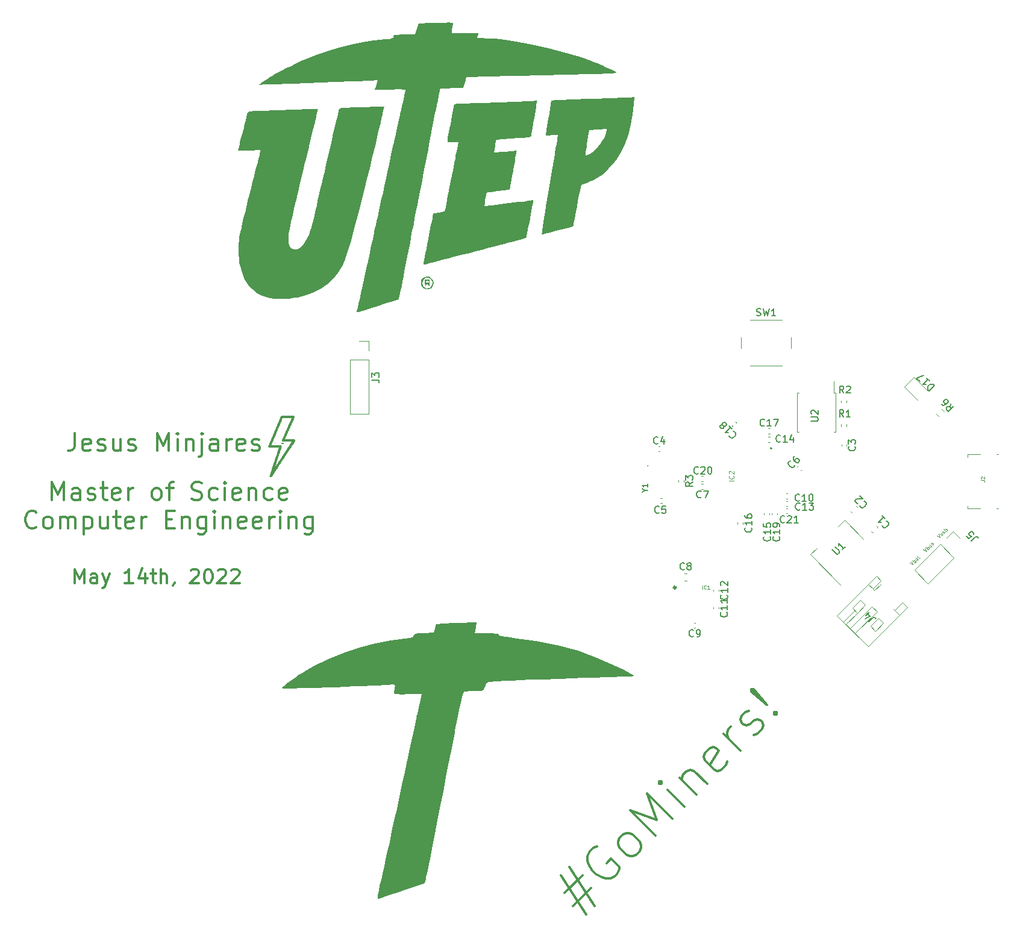
<source format=gbr>
%TF.GenerationSoftware,KiCad,Pcbnew,(6.0.2-0)*%
%TF.CreationDate,2022-06-10T14:05:29-06:00*%
%TF.ProjectId,Graduation Cap,47726164-7561-4746-996f-6e204361702e,rev?*%
%TF.SameCoordinates,Original*%
%TF.FileFunction,Legend,Top*%
%TF.FilePolarity,Positive*%
%FSLAX46Y46*%
G04 Gerber Fmt 4.6, Leading zero omitted, Abs format (unit mm)*
G04 Created by KiCad (PCBNEW (6.0.2-0)) date 2022-06-10 14:05:29*
%MOMM*%
%LPD*%
G01*
G04 APERTURE LIST*
%ADD10C,0.100000*%
%ADD11C,0.300000*%
%ADD12C,0.150000*%
%ADD13C,0.015000*%
%ADD14C,0.006350*%
%ADD15C,0.125000*%
%ADD16C,0.200000*%
%ADD17C,0.120000*%
%ADD18C,0.325000*%
G04 APERTURE END LIST*
D10*
X195925549Y-108287225D02*
X196396954Y-108522927D01*
X196161251Y-108051522D01*
X196548477Y-107899999D02*
X196784179Y-108135702D01*
X196396954Y-108051522D02*
X196582148Y-108236717D01*
X196632656Y-108253553D01*
X196683164Y-108236717D01*
X196733671Y-108186209D01*
X196750507Y-108135702D01*
X196750507Y-108102030D01*
X196918866Y-107967343D02*
X196969374Y-107950507D01*
X197036717Y-107883164D01*
X197053553Y-107832656D01*
X197036717Y-107782148D01*
X197019881Y-107765312D01*
X196969374Y-107748477D01*
X196918866Y-107765312D01*
X196868358Y-107815820D01*
X196817851Y-107832656D01*
X196767343Y-107815820D01*
X196750507Y-107798984D01*
X196733671Y-107748477D01*
X196750507Y-107697969D01*
X196801015Y-107647461D01*
X196851522Y-107630625D01*
X197238748Y-107681133D02*
X196885194Y-107327580D01*
X197019881Y-107462267D02*
X197036717Y-107411759D01*
X197104061Y-107344416D01*
X197154568Y-107327580D01*
X197188240Y-107327580D01*
X197238748Y-107344416D01*
X197339763Y-107445431D01*
X197356599Y-107495938D01*
X197356599Y-107529610D01*
X197339763Y-107580118D01*
X197272419Y-107647461D01*
X197221912Y-107664297D01*
X192117639Y-112125135D02*
X192589043Y-112360837D01*
X192353341Y-111889433D01*
X192824746Y-112125135D02*
X192471192Y-111771582D01*
X192605879Y-111906269D02*
X192622715Y-111855761D01*
X192690059Y-111788417D01*
X192740566Y-111771582D01*
X192774238Y-111771582D01*
X192824746Y-111788417D01*
X192925761Y-111889433D01*
X192942597Y-111939940D01*
X192942597Y-111973612D01*
X192925761Y-112024120D01*
X192858417Y-112091463D01*
X192807910Y-112108299D01*
X193296150Y-111653730D02*
X193110956Y-111468536D01*
X193060448Y-111451700D01*
X193009940Y-111468536D01*
X192942597Y-111535879D01*
X192925761Y-111586387D01*
X193279314Y-111636895D02*
X193262478Y-111687402D01*
X193178299Y-111771582D01*
X193127791Y-111788417D01*
X193077284Y-111771582D01*
X193043612Y-111737910D01*
X193026776Y-111687402D01*
X193043612Y-111636895D01*
X193127791Y-111552715D01*
X193144627Y-111502208D01*
X193178299Y-111300177D02*
X193312986Y-111165490D01*
X193110956Y-111131818D02*
X193414001Y-111434864D01*
X193464509Y-111451700D01*
X193515017Y-111434864D01*
X193548688Y-111401192D01*
D11*
X143606967Y-158517803D02*
X146132348Y-155992422D01*
X143101891Y-155992422D02*
X146637425Y-161548261D01*
X147310860Y-157844368D02*
X144785478Y-160369750D01*
X147815936Y-160369750D02*
X144280402Y-154813911D01*
X148152653Y-151951812D02*
X147647577Y-152120170D01*
X147142501Y-152625247D01*
X146805783Y-153298682D01*
X146805783Y-153972117D01*
X146974142Y-154477193D01*
X147479218Y-155318987D01*
X147984295Y-155824063D01*
X148826088Y-156329139D01*
X149331165Y-156497498D01*
X150004600Y-156497498D01*
X150678035Y-156160781D01*
X151014752Y-155824063D01*
X151351470Y-155150628D01*
X151351470Y-154813911D01*
X150172959Y-153635399D01*
X149499523Y-154308834D01*
X153708492Y-153130323D02*
X153203416Y-153298682D01*
X152866699Y-153298682D01*
X152361622Y-153130323D01*
X151351470Y-152120170D01*
X151183111Y-151615094D01*
X151183111Y-151278377D01*
X151351470Y-150773300D01*
X151856546Y-150268224D01*
X152361622Y-150099865D01*
X152698340Y-150099865D01*
X153203416Y-150268224D01*
X154213569Y-151278377D01*
X154381927Y-151783453D01*
X154381927Y-152120170D01*
X154213569Y-152625247D01*
X153708492Y-153130323D01*
X156402233Y-150436583D02*
X152866699Y-146901049D01*
X156570591Y-148247919D01*
X155223721Y-144544026D01*
X158759255Y-148079560D01*
X160442843Y-146395973D02*
X158085820Y-144038950D01*
X156907309Y-142860439D02*
X156907309Y-143197156D01*
X157244026Y-143197156D01*
X157244026Y-142860439D01*
X156907309Y-142860439D01*
X157244026Y-143197156D01*
X159769408Y-142355362D02*
X162126430Y-144712385D01*
X160106125Y-142692080D02*
X160106125Y-142355362D01*
X160274484Y-141850286D01*
X160779560Y-141345210D01*
X161284637Y-141176851D01*
X161789713Y-141345210D01*
X163641659Y-143197156D01*
X166503758Y-139998340D02*
X166335399Y-140503416D01*
X165661964Y-141176851D01*
X165156888Y-141345210D01*
X164651812Y-141176851D01*
X163304942Y-139829981D01*
X163136583Y-139324905D01*
X163304942Y-138819829D01*
X163978377Y-138146394D01*
X164483453Y-137978035D01*
X164988529Y-138146394D01*
X165325247Y-138483111D01*
X163978377Y-140503416D01*
X168355704Y-138483111D02*
X165998682Y-136126088D01*
X166672117Y-136799523D02*
X166503758Y-136294447D01*
X166503758Y-135957730D01*
X166672117Y-135452653D01*
X167008834Y-135115936D01*
X170207651Y-136294447D02*
X170712727Y-136126088D01*
X171386162Y-135452653D01*
X171554521Y-134947577D01*
X171386162Y-134442501D01*
X171217803Y-134274142D01*
X170712727Y-134105783D01*
X170207651Y-134274142D01*
X169702574Y-134779218D01*
X169197498Y-134947577D01*
X168692422Y-134779218D01*
X168524063Y-134610860D01*
X168355704Y-134105783D01*
X168524063Y-133600707D01*
X169029139Y-133095631D01*
X169534216Y-132927272D01*
X173069750Y-133095631D02*
X173406467Y-133095631D01*
X173406467Y-133432348D01*
X173069750Y-133432348D01*
X173069750Y-133095631D01*
X173406467Y-133432348D01*
X172059597Y-132085478D02*
X169870933Y-130233532D01*
X169870933Y-129896814D01*
X170207651Y-129896814D01*
X172059597Y-132085478D01*
X169870933Y-129896814D01*
D10*
X194005549Y-110257225D02*
X194476954Y-110492927D01*
X194241251Y-110021522D01*
X194712656Y-110257225D02*
X194359103Y-109903671D01*
X194493790Y-110038358D02*
X194510625Y-109987851D01*
X194577969Y-109920507D01*
X194628477Y-109903671D01*
X194662148Y-109903671D01*
X194712656Y-109920507D01*
X194813671Y-110021522D01*
X194830507Y-110072030D01*
X194830507Y-110105702D01*
X194813671Y-110156209D01*
X194746328Y-110223553D01*
X194695820Y-110240389D01*
X194948358Y-109550118D02*
X195184061Y-109785820D01*
X194796835Y-109701641D02*
X194982030Y-109886835D01*
X195032538Y-109903671D01*
X195083045Y-109886835D01*
X195133553Y-109836328D01*
X195150389Y-109785820D01*
X195150389Y-109752148D01*
X195318748Y-109617461D02*
X195369255Y-109600625D01*
X195436599Y-109533282D01*
X195453435Y-109482774D01*
X195436599Y-109432267D01*
X195419763Y-109415431D01*
X195369255Y-109398595D01*
X195318748Y-109415431D01*
X195268240Y-109465938D01*
X195217732Y-109482774D01*
X195167225Y-109465938D01*
X195150389Y-109449103D01*
X195133553Y-109398595D01*
X195150389Y-109348087D01*
X195200896Y-109297580D01*
X195251404Y-109280744D01*
D11*
X74796190Y-114984761D02*
X74796190Y-112984761D01*
X75462857Y-114413333D01*
X76129523Y-112984761D01*
X76129523Y-114984761D01*
X77939047Y-114984761D02*
X77939047Y-113937142D01*
X77843809Y-113746666D01*
X77653333Y-113651428D01*
X77272380Y-113651428D01*
X77081904Y-113746666D01*
X77939047Y-114889523D02*
X77748571Y-114984761D01*
X77272380Y-114984761D01*
X77081904Y-114889523D01*
X76986666Y-114699047D01*
X76986666Y-114508571D01*
X77081904Y-114318095D01*
X77272380Y-114222857D01*
X77748571Y-114222857D01*
X77939047Y-114127619D01*
X78700952Y-113651428D02*
X79177142Y-114984761D01*
X79653333Y-113651428D02*
X79177142Y-114984761D01*
X78986666Y-115460952D01*
X78891428Y-115556190D01*
X78700952Y-115651428D01*
X82986666Y-114984761D02*
X81843809Y-114984761D01*
X82415238Y-114984761D02*
X82415238Y-112984761D01*
X82224761Y-113270476D01*
X82034285Y-113460952D01*
X81843809Y-113556190D01*
X84700952Y-113651428D02*
X84700952Y-114984761D01*
X84224761Y-112889523D02*
X83748571Y-114318095D01*
X84986666Y-114318095D01*
X85462857Y-113651428D02*
X86224761Y-113651428D01*
X85748571Y-112984761D02*
X85748571Y-114699047D01*
X85843809Y-114889523D01*
X86034285Y-114984761D01*
X86224761Y-114984761D01*
X86891428Y-114984761D02*
X86891428Y-112984761D01*
X87748571Y-114984761D02*
X87748571Y-113937142D01*
X87653333Y-113746666D01*
X87462857Y-113651428D01*
X87177142Y-113651428D01*
X86986666Y-113746666D01*
X86891428Y-113841904D01*
X88796190Y-114889523D02*
X88796190Y-114984761D01*
X88700952Y-115175238D01*
X88605714Y-115270476D01*
X91081904Y-113175238D02*
X91177142Y-113080000D01*
X91367619Y-112984761D01*
X91843809Y-112984761D01*
X92034285Y-113080000D01*
X92129523Y-113175238D01*
X92224761Y-113365714D01*
X92224761Y-113556190D01*
X92129523Y-113841904D01*
X90986666Y-114984761D01*
X92224761Y-114984761D01*
X93462857Y-112984761D02*
X93653333Y-112984761D01*
X93843809Y-113080000D01*
X93939047Y-113175238D01*
X94034285Y-113365714D01*
X94129523Y-113746666D01*
X94129523Y-114222857D01*
X94034285Y-114603809D01*
X93939047Y-114794285D01*
X93843809Y-114889523D01*
X93653333Y-114984761D01*
X93462857Y-114984761D01*
X93272380Y-114889523D01*
X93177142Y-114794285D01*
X93081904Y-114603809D01*
X92986666Y-114222857D01*
X92986666Y-113746666D01*
X93081904Y-113365714D01*
X93177142Y-113175238D01*
X93272380Y-113080000D01*
X93462857Y-112984761D01*
X94891428Y-113175238D02*
X94986666Y-113080000D01*
X95177142Y-112984761D01*
X95653333Y-112984761D01*
X95843809Y-113080000D01*
X95939047Y-113175238D01*
X96034285Y-113365714D01*
X96034285Y-113556190D01*
X95939047Y-113841904D01*
X94796190Y-114984761D01*
X96034285Y-114984761D01*
X96796190Y-113175238D02*
X96891428Y-113080000D01*
X97081904Y-112984761D01*
X97558095Y-112984761D01*
X97748571Y-113080000D01*
X97843809Y-113175238D01*
X97939047Y-113365714D01*
X97939047Y-113556190D01*
X97843809Y-113841904D01*
X96700952Y-114984761D01*
X97939047Y-114984761D01*
X74810476Y-93860952D02*
X74810476Y-95646666D01*
X74691428Y-96003809D01*
X74453333Y-96241904D01*
X74096190Y-96360952D01*
X73858095Y-96360952D01*
X76953333Y-96241904D02*
X76715238Y-96360952D01*
X76239047Y-96360952D01*
X76000952Y-96241904D01*
X75881904Y-96003809D01*
X75881904Y-95051428D01*
X76000952Y-94813333D01*
X76239047Y-94694285D01*
X76715238Y-94694285D01*
X76953333Y-94813333D01*
X77072380Y-95051428D01*
X77072380Y-95289523D01*
X75881904Y-95527619D01*
X78024761Y-96241904D02*
X78262857Y-96360952D01*
X78739047Y-96360952D01*
X78977142Y-96241904D01*
X79096190Y-96003809D01*
X79096190Y-95884761D01*
X78977142Y-95646666D01*
X78739047Y-95527619D01*
X78381904Y-95527619D01*
X78143809Y-95408571D01*
X78024761Y-95170476D01*
X78024761Y-95051428D01*
X78143809Y-94813333D01*
X78381904Y-94694285D01*
X78739047Y-94694285D01*
X78977142Y-94813333D01*
X81239047Y-94694285D02*
X81239047Y-96360952D01*
X80167619Y-94694285D02*
X80167619Y-96003809D01*
X80286666Y-96241904D01*
X80524761Y-96360952D01*
X80881904Y-96360952D01*
X81119999Y-96241904D01*
X81239047Y-96122857D01*
X82310476Y-96241904D02*
X82548571Y-96360952D01*
X83024761Y-96360952D01*
X83262857Y-96241904D01*
X83381904Y-96003809D01*
X83381904Y-95884761D01*
X83262857Y-95646666D01*
X83024761Y-95527619D01*
X82667619Y-95527619D01*
X82429523Y-95408571D01*
X82310476Y-95170476D01*
X82310476Y-95051428D01*
X82429523Y-94813333D01*
X82667619Y-94694285D01*
X83024761Y-94694285D01*
X83262857Y-94813333D01*
X86358095Y-96360952D02*
X86358095Y-93860952D01*
X87191428Y-95646666D01*
X88024761Y-93860952D01*
X88024761Y-96360952D01*
X89215238Y-96360952D02*
X89215238Y-94694285D01*
X89215238Y-93860952D02*
X89096190Y-93980000D01*
X89215238Y-94099047D01*
X89334285Y-93980000D01*
X89215238Y-93860952D01*
X89215238Y-94099047D01*
X90405714Y-94694285D02*
X90405714Y-96360952D01*
X90405714Y-94932380D02*
X90524761Y-94813333D01*
X90762857Y-94694285D01*
X91119999Y-94694285D01*
X91358095Y-94813333D01*
X91477142Y-95051428D01*
X91477142Y-96360952D01*
X92667619Y-94694285D02*
X92667619Y-96837142D01*
X92548571Y-97075238D01*
X92310476Y-97194285D01*
X92191428Y-97194285D01*
X92667619Y-93860952D02*
X92548571Y-93980000D01*
X92667619Y-94099047D01*
X92786666Y-93980000D01*
X92667619Y-93860952D01*
X92667619Y-94099047D01*
X94929523Y-96360952D02*
X94929523Y-95051428D01*
X94810476Y-94813333D01*
X94572380Y-94694285D01*
X94096190Y-94694285D01*
X93858095Y-94813333D01*
X94929523Y-96241904D02*
X94691428Y-96360952D01*
X94096190Y-96360952D01*
X93858095Y-96241904D01*
X93739047Y-96003809D01*
X93739047Y-95765714D01*
X93858095Y-95527619D01*
X94096190Y-95408571D01*
X94691428Y-95408571D01*
X94929523Y-95289523D01*
X96120000Y-96360952D02*
X96120000Y-94694285D01*
X96120000Y-95170476D02*
X96239047Y-94932380D01*
X96358095Y-94813333D01*
X96596190Y-94694285D01*
X96834285Y-94694285D01*
X98620000Y-96241904D02*
X98381904Y-96360952D01*
X97905714Y-96360952D01*
X97667619Y-96241904D01*
X97548571Y-96003809D01*
X97548571Y-95051428D01*
X97667619Y-94813333D01*
X97905714Y-94694285D01*
X98381904Y-94694285D01*
X98620000Y-94813333D01*
X98739047Y-95051428D01*
X98739047Y-95289523D01*
X97548571Y-95527619D01*
X99691428Y-96241904D02*
X99929523Y-96360952D01*
X100405714Y-96360952D01*
X100643809Y-96241904D01*
X100762857Y-96003809D01*
X100762857Y-95884761D01*
X100643809Y-95646666D01*
X100405714Y-95527619D01*
X100048571Y-95527619D01*
X99810476Y-95408571D01*
X99691428Y-95170476D01*
X99691428Y-95051428D01*
X99810476Y-94813333D01*
X100048571Y-94694285D01*
X100405714Y-94694285D01*
X100643809Y-94813333D01*
X71601904Y-103268452D02*
X71601904Y-100768452D01*
X72435238Y-102554166D01*
X73268571Y-100768452D01*
X73268571Y-103268452D01*
X75530476Y-103268452D02*
X75530476Y-101958928D01*
X75411428Y-101720833D01*
X75173333Y-101601785D01*
X74697142Y-101601785D01*
X74459047Y-101720833D01*
X75530476Y-103149404D02*
X75292380Y-103268452D01*
X74697142Y-103268452D01*
X74459047Y-103149404D01*
X74340000Y-102911309D01*
X74340000Y-102673214D01*
X74459047Y-102435119D01*
X74697142Y-102316071D01*
X75292380Y-102316071D01*
X75530476Y-102197023D01*
X76601904Y-103149404D02*
X76840000Y-103268452D01*
X77316190Y-103268452D01*
X77554285Y-103149404D01*
X77673333Y-102911309D01*
X77673333Y-102792261D01*
X77554285Y-102554166D01*
X77316190Y-102435119D01*
X76959047Y-102435119D01*
X76720952Y-102316071D01*
X76601904Y-102077976D01*
X76601904Y-101958928D01*
X76720952Y-101720833D01*
X76959047Y-101601785D01*
X77316190Y-101601785D01*
X77554285Y-101720833D01*
X78387619Y-101601785D02*
X79340000Y-101601785D01*
X78744761Y-100768452D02*
X78744761Y-102911309D01*
X78863809Y-103149404D01*
X79101904Y-103268452D01*
X79340000Y-103268452D01*
X81125714Y-103149404D02*
X80887619Y-103268452D01*
X80411428Y-103268452D01*
X80173333Y-103149404D01*
X80054285Y-102911309D01*
X80054285Y-101958928D01*
X80173333Y-101720833D01*
X80411428Y-101601785D01*
X80887619Y-101601785D01*
X81125714Y-101720833D01*
X81244761Y-101958928D01*
X81244761Y-102197023D01*
X80054285Y-102435119D01*
X82316190Y-103268452D02*
X82316190Y-101601785D01*
X82316190Y-102077976D02*
X82435238Y-101839880D01*
X82554285Y-101720833D01*
X82792380Y-101601785D01*
X83030476Y-101601785D01*
X86125714Y-103268452D02*
X85887619Y-103149404D01*
X85768571Y-103030357D01*
X85649523Y-102792261D01*
X85649523Y-102077976D01*
X85768571Y-101839880D01*
X85887619Y-101720833D01*
X86125714Y-101601785D01*
X86482857Y-101601785D01*
X86720952Y-101720833D01*
X86840000Y-101839880D01*
X86959047Y-102077976D01*
X86959047Y-102792261D01*
X86840000Y-103030357D01*
X86720952Y-103149404D01*
X86482857Y-103268452D01*
X86125714Y-103268452D01*
X87673333Y-101601785D02*
X88625714Y-101601785D01*
X88030476Y-103268452D02*
X88030476Y-101125595D01*
X88149523Y-100887500D01*
X88387619Y-100768452D01*
X88625714Y-100768452D01*
X91244761Y-103149404D02*
X91601904Y-103268452D01*
X92197142Y-103268452D01*
X92435238Y-103149404D01*
X92554285Y-103030357D01*
X92673333Y-102792261D01*
X92673333Y-102554166D01*
X92554285Y-102316071D01*
X92435238Y-102197023D01*
X92197142Y-102077976D01*
X91720952Y-101958928D01*
X91482857Y-101839880D01*
X91363809Y-101720833D01*
X91244761Y-101482738D01*
X91244761Y-101244642D01*
X91363809Y-101006547D01*
X91482857Y-100887500D01*
X91720952Y-100768452D01*
X92316190Y-100768452D01*
X92673333Y-100887500D01*
X94816190Y-103149404D02*
X94578095Y-103268452D01*
X94101904Y-103268452D01*
X93863809Y-103149404D01*
X93744761Y-103030357D01*
X93625714Y-102792261D01*
X93625714Y-102077976D01*
X93744761Y-101839880D01*
X93863809Y-101720833D01*
X94101904Y-101601785D01*
X94578095Y-101601785D01*
X94816190Y-101720833D01*
X95887619Y-103268452D02*
X95887619Y-101601785D01*
X95887619Y-100768452D02*
X95768571Y-100887500D01*
X95887619Y-101006547D01*
X96006666Y-100887500D01*
X95887619Y-100768452D01*
X95887619Y-101006547D01*
X98030476Y-103149404D02*
X97792380Y-103268452D01*
X97316190Y-103268452D01*
X97078095Y-103149404D01*
X96959047Y-102911309D01*
X96959047Y-101958928D01*
X97078095Y-101720833D01*
X97316190Y-101601785D01*
X97792380Y-101601785D01*
X98030476Y-101720833D01*
X98149523Y-101958928D01*
X98149523Y-102197023D01*
X96959047Y-102435119D01*
X99220952Y-101601785D02*
X99220952Y-103268452D01*
X99220952Y-101839880D02*
X99339999Y-101720833D01*
X99578095Y-101601785D01*
X99935238Y-101601785D01*
X100173333Y-101720833D01*
X100292380Y-101958928D01*
X100292380Y-103268452D01*
X102554285Y-103149404D02*
X102316190Y-103268452D01*
X101840000Y-103268452D01*
X101601904Y-103149404D01*
X101482857Y-103030357D01*
X101363809Y-102792261D01*
X101363809Y-102077976D01*
X101482857Y-101839880D01*
X101601904Y-101720833D01*
X101840000Y-101601785D01*
X102316190Y-101601785D01*
X102554285Y-101720833D01*
X104578095Y-103149404D02*
X104339999Y-103268452D01*
X103863809Y-103268452D01*
X103625714Y-103149404D01*
X103506666Y-102911309D01*
X103506666Y-101958928D01*
X103625714Y-101720833D01*
X103863809Y-101601785D01*
X104339999Y-101601785D01*
X104578095Y-101720833D01*
X104697142Y-101958928D01*
X104697142Y-102197023D01*
X103506666Y-102435119D01*
X69399523Y-107055357D02*
X69280476Y-107174404D01*
X68923333Y-107293452D01*
X68685238Y-107293452D01*
X68328095Y-107174404D01*
X68090000Y-106936309D01*
X67970952Y-106698214D01*
X67851904Y-106222023D01*
X67851904Y-105864880D01*
X67970952Y-105388690D01*
X68090000Y-105150595D01*
X68328095Y-104912500D01*
X68685238Y-104793452D01*
X68923333Y-104793452D01*
X69280476Y-104912500D01*
X69399523Y-105031547D01*
X70828095Y-107293452D02*
X70590000Y-107174404D01*
X70470952Y-107055357D01*
X70351904Y-106817261D01*
X70351904Y-106102976D01*
X70470952Y-105864880D01*
X70590000Y-105745833D01*
X70828095Y-105626785D01*
X71185238Y-105626785D01*
X71423333Y-105745833D01*
X71542380Y-105864880D01*
X71661428Y-106102976D01*
X71661428Y-106817261D01*
X71542380Y-107055357D01*
X71423333Y-107174404D01*
X71185238Y-107293452D01*
X70828095Y-107293452D01*
X72732857Y-107293452D02*
X72732857Y-105626785D01*
X72732857Y-105864880D02*
X72851904Y-105745833D01*
X73090000Y-105626785D01*
X73447142Y-105626785D01*
X73685238Y-105745833D01*
X73804285Y-105983928D01*
X73804285Y-107293452D01*
X73804285Y-105983928D02*
X73923333Y-105745833D01*
X74161428Y-105626785D01*
X74518571Y-105626785D01*
X74756666Y-105745833D01*
X74875714Y-105983928D01*
X74875714Y-107293452D01*
X76066190Y-105626785D02*
X76066190Y-108126785D01*
X76066190Y-105745833D02*
X76304285Y-105626785D01*
X76780476Y-105626785D01*
X77018571Y-105745833D01*
X77137619Y-105864880D01*
X77256666Y-106102976D01*
X77256666Y-106817261D01*
X77137619Y-107055357D01*
X77018571Y-107174404D01*
X76780476Y-107293452D01*
X76304285Y-107293452D01*
X76066190Y-107174404D01*
X79399523Y-105626785D02*
X79399523Y-107293452D01*
X78328095Y-105626785D02*
X78328095Y-106936309D01*
X78447142Y-107174404D01*
X78685238Y-107293452D01*
X79042380Y-107293452D01*
X79280476Y-107174404D01*
X79399523Y-107055357D01*
X80232857Y-105626785D02*
X81185238Y-105626785D01*
X80590000Y-104793452D02*
X80590000Y-106936309D01*
X80709047Y-107174404D01*
X80947142Y-107293452D01*
X81185238Y-107293452D01*
X82970952Y-107174404D02*
X82732857Y-107293452D01*
X82256666Y-107293452D01*
X82018571Y-107174404D01*
X81899523Y-106936309D01*
X81899523Y-105983928D01*
X82018571Y-105745833D01*
X82256666Y-105626785D01*
X82732857Y-105626785D01*
X82970952Y-105745833D01*
X83090000Y-105983928D01*
X83090000Y-106222023D01*
X81899523Y-106460119D01*
X84161428Y-107293452D02*
X84161428Y-105626785D01*
X84161428Y-106102976D02*
X84280476Y-105864880D01*
X84399523Y-105745833D01*
X84637619Y-105626785D01*
X84875714Y-105626785D01*
X87613809Y-105983928D02*
X88447142Y-105983928D01*
X88804285Y-107293452D02*
X87613809Y-107293452D01*
X87613809Y-104793452D01*
X88804285Y-104793452D01*
X89875714Y-105626785D02*
X89875714Y-107293452D01*
X89875714Y-105864880D02*
X89994761Y-105745833D01*
X90232857Y-105626785D01*
X90590000Y-105626785D01*
X90828095Y-105745833D01*
X90947142Y-105983928D01*
X90947142Y-107293452D01*
X93209047Y-105626785D02*
X93209047Y-107650595D01*
X93090000Y-107888690D01*
X92970952Y-108007738D01*
X92732857Y-108126785D01*
X92375714Y-108126785D01*
X92137619Y-108007738D01*
X93209047Y-107174404D02*
X92970952Y-107293452D01*
X92494761Y-107293452D01*
X92256666Y-107174404D01*
X92137619Y-107055357D01*
X92018571Y-106817261D01*
X92018571Y-106102976D01*
X92137619Y-105864880D01*
X92256666Y-105745833D01*
X92494761Y-105626785D01*
X92970952Y-105626785D01*
X93209047Y-105745833D01*
X94399523Y-107293452D02*
X94399523Y-105626785D01*
X94399523Y-104793452D02*
X94280476Y-104912500D01*
X94399523Y-105031547D01*
X94518571Y-104912500D01*
X94399523Y-104793452D01*
X94399523Y-105031547D01*
X95590000Y-105626785D02*
X95590000Y-107293452D01*
X95590000Y-105864880D02*
X95709047Y-105745833D01*
X95947142Y-105626785D01*
X96304285Y-105626785D01*
X96542380Y-105745833D01*
X96661428Y-105983928D01*
X96661428Y-107293452D01*
X98804285Y-107174404D02*
X98566190Y-107293452D01*
X98090000Y-107293452D01*
X97851904Y-107174404D01*
X97732857Y-106936309D01*
X97732857Y-105983928D01*
X97851904Y-105745833D01*
X98090000Y-105626785D01*
X98566190Y-105626785D01*
X98804285Y-105745833D01*
X98923333Y-105983928D01*
X98923333Y-106222023D01*
X97732857Y-106460119D01*
X100947142Y-107174404D02*
X100709047Y-107293452D01*
X100232857Y-107293452D01*
X99994761Y-107174404D01*
X99875714Y-106936309D01*
X99875714Y-105983928D01*
X99994761Y-105745833D01*
X100232857Y-105626785D01*
X100709047Y-105626785D01*
X100947142Y-105745833D01*
X101066190Y-105983928D01*
X101066190Y-106222023D01*
X99875714Y-106460119D01*
X102137619Y-107293452D02*
X102137619Y-105626785D01*
X102137619Y-106102976D02*
X102256666Y-105864880D01*
X102375714Y-105745833D01*
X102613809Y-105626785D01*
X102851904Y-105626785D01*
X103685238Y-107293452D02*
X103685238Y-105626785D01*
X103685238Y-104793452D02*
X103566190Y-104912500D01*
X103685238Y-105031547D01*
X103804285Y-104912500D01*
X103685238Y-104793452D01*
X103685238Y-105031547D01*
X104875714Y-105626785D02*
X104875714Y-107293452D01*
X104875714Y-105864880D02*
X104994761Y-105745833D01*
X105232857Y-105626785D01*
X105589999Y-105626785D01*
X105828095Y-105745833D01*
X105947142Y-105983928D01*
X105947142Y-107293452D01*
X108209047Y-105626785D02*
X108209047Y-107650595D01*
X108089999Y-107888690D01*
X107970952Y-108007738D01*
X107732857Y-108126785D01*
X107375714Y-108126785D01*
X107137619Y-108007738D01*
X108209047Y-107174404D02*
X107970952Y-107293452D01*
X107494761Y-107293452D01*
X107256666Y-107174404D01*
X107137619Y-107055357D01*
X107018571Y-106817261D01*
X107018571Y-106102976D01*
X107137619Y-105864880D01*
X107256666Y-105745833D01*
X107494761Y-105626785D01*
X107970952Y-105626785D01*
X108209047Y-105745833D01*
D12*
%TO.C,R3*%
X161622380Y-100786666D02*
X161146190Y-101120000D01*
X161622380Y-101358095D02*
X160622380Y-101358095D01*
X160622380Y-100977142D01*
X160670000Y-100881904D01*
X160717619Y-100834285D01*
X160812857Y-100786666D01*
X160955714Y-100786666D01*
X161050952Y-100834285D01*
X161098571Y-100881904D01*
X161146190Y-100977142D01*
X161146190Y-101358095D01*
X160622380Y-100453333D02*
X160622380Y-99834285D01*
X161003333Y-100167619D01*
X161003333Y-100024761D01*
X161050952Y-99929523D01*
X161098571Y-99881904D01*
X161193809Y-99834285D01*
X161431904Y-99834285D01*
X161527142Y-99881904D01*
X161574761Y-99929523D01*
X161622380Y-100024761D01*
X161622380Y-100310476D01*
X161574761Y-100405714D01*
X161527142Y-100453333D01*
%TO.C,C1*%
X188818396Y-106243320D02*
X188885739Y-106243320D01*
X189020426Y-106310664D01*
X189087770Y-106378008D01*
X189155113Y-106512695D01*
X189155113Y-106647382D01*
X189121442Y-106748397D01*
X189020426Y-106916756D01*
X188919411Y-107017771D01*
X188751052Y-107118786D01*
X188650037Y-107152458D01*
X188515350Y-107152458D01*
X188380663Y-107085114D01*
X188313319Y-107017771D01*
X188245976Y-106883084D01*
X188245976Y-106815740D01*
X188212304Y-105502542D02*
X188616365Y-105906603D01*
X188414335Y-105704572D02*
X187707228Y-106411679D01*
X187875587Y-106378008D01*
X188010274Y-106378007D01*
X188111289Y-106411679D01*
%TO.C,C11*%
X166417142Y-119072857D02*
X166464761Y-119120476D01*
X166512380Y-119263333D01*
X166512380Y-119358571D01*
X166464761Y-119501428D01*
X166369523Y-119596666D01*
X166274285Y-119644285D01*
X166083809Y-119691904D01*
X165940952Y-119691904D01*
X165750476Y-119644285D01*
X165655238Y-119596666D01*
X165560000Y-119501428D01*
X165512380Y-119358571D01*
X165512380Y-119263333D01*
X165560000Y-119120476D01*
X165607619Y-119072857D01*
X166512380Y-118120476D02*
X166512380Y-118691904D01*
X166512380Y-118406190D02*
X165512380Y-118406190D01*
X165655238Y-118501428D01*
X165750476Y-118596666D01*
X165798095Y-118691904D01*
X166512380Y-117168095D02*
X166512380Y-117739523D01*
X166512380Y-117453809D02*
X165512380Y-117453809D01*
X165655238Y-117549047D01*
X165750476Y-117644285D01*
X165798095Y-117739523D01*
%TO.C,C20*%
X162407142Y-99527142D02*
X162359523Y-99574761D01*
X162216666Y-99622380D01*
X162121428Y-99622380D01*
X161978571Y-99574761D01*
X161883333Y-99479523D01*
X161835714Y-99384285D01*
X161788095Y-99193809D01*
X161788095Y-99050952D01*
X161835714Y-98860476D01*
X161883333Y-98765238D01*
X161978571Y-98670000D01*
X162121428Y-98622380D01*
X162216666Y-98622380D01*
X162359523Y-98670000D01*
X162407142Y-98717619D01*
X162788095Y-98717619D02*
X162835714Y-98670000D01*
X162930952Y-98622380D01*
X163169047Y-98622380D01*
X163264285Y-98670000D01*
X163311904Y-98717619D01*
X163359523Y-98812857D01*
X163359523Y-98908095D01*
X163311904Y-99050952D01*
X162740476Y-99622380D01*
X163359523Y-99622380D01*
X163978571Y-98622380D02*
X164073809Y-98622380D01*
X164169047Y-98670000D01*
X164216666Y-98717619D01*
X164264285Y-98812857D01*
X164311904Y-99003333D01*
X164311904Y-99241428D01*
X164264285Y-99431904D01*
X164216666Y-99527142D01*
X164169047Y-99574761D01*
X164073809Y-99622380D01*
X163978571Y-99622380D01*
X163883333Y-99574761D01*
X163835714Y-99527142D01*
X163788095Y-99431904D01*
X163740476Y-99241428D01*
X163740476Y-99003333D01*
X163788095Y-98812857D01*
X163835714Y-98717619D01*
X163883333Y-98670000D01*
X163978571Y-98622380D01*
%TO.C,SW1*%
X170606666Y-77334761D02*
X170749523Y-77382380D01*
X170987619Y-77382380D01*
X171082857Y-77334761D01*
X171130476Y-77287142D01*
X171178095Y-77191904D01*
X171178095Y-77096666D01*
X171130476Y-77001428D01*
X171082857Y-76953809D01*
X170987619Y-76906190D01*
X170797142Y-76858571D01*
X170701904Y-76810952D01*
X170654285Y-76763333D01*
X170606666Y-76668095D01*
X170606666Y-76572857D01*
X170654285Y-76477619D01*
X170701904Y-76430000D01*
X170797142Y-76382380D01*
X171035238Y-76382380D01*
X171178095Y-76430000D01*
X171511428Y-76382380D02*
X171749523Y-77382380D01*
X171940000Y-76668095D01*
X172130476Y-77382380D01*
X172368571Y-76382380D01*
X173273333Y-77382380D02*
X172701904Y-77382380D01*
X172987619Y-77382380D02*
X172987619Y-76382380D01*
X172892380Y-76525238D01*
X172797142Y-76620476D01*
X172701904Y-76668095D01*
%TO.C,D17*%
X195569808Y-87226593D02*
X194862701Y-87933699D01*
X194694342Y-87765341D01*
X194626999Y-87630654D01*
X194626999Y-87495967D01*
X194660671Y-87394951D01*
X194761686Y-87226593D01*
X194862701Y-87125577D01*
X195031060Y-87024562D01*
X195132075Y-86990890D01*
X195266762Y-86990890D01*
X195401449Y-87058234D01*
X195569808Y-87226593D01*
X194492312Y-86149096D02*
X194896373Y-86553157D01*
X194694342Y-86351127D02*
X193987235Y-87058234D01*
X194155594Y-87024562D01*
X194290281Y-87024562D01*
X194391297Y-87058234D01*
X193549503Y-86620501D02*
X193078098Y-86149096D01*
X194088251Y-85745035D01*
%TO.C,R1*%
X182833333Y-91602380D02*
X182500000Y-91126190D01*
X182261904Y-91602380D02*
X182261904Y-90602380D01*
X182642857Y-90602380D01*
X182738095Y-90650000D01*
X182785714Y-90697619D01*
X182833333Y-90792857D01*
X182833333Y-90935714D01*
X182785714Y-91030952D01*
X182738095Y-91078571D01*
X182642857Y-91126190D01*
X182261904Y-91126190D01*
X183785714Y-91602380D02*
X183214285Y-91602380D01*
X183500000Y-91602380D02*
X183500000Y-90602380D01*
X183404761Y-90745238D01*
X183309523Y-90840476D01*
X183214285Y-90888095D01*
%TO.C,D16*%
X122979096Y-138347214D02*
X122271990Y-137640107D01*
X122440348Y-137471748D01*
X122575035Y-137404405D01*
X122709722Y-137404405D01*
X122810738Y-137438077D01*
X122979096Y-137539092D01*
X123080112Y-137640107D01*
X123181127Y-137808466D01*
X123214799Y-137909481D01*
X123214799Y-138044168D01*
X123147455Y-138178855D01*
X122979096Y-138347214D01*
X124056593Y-137269718D02*
X123652532Y-137673779D01*
X123854562Y-137471748D02*
X123147455Y-136764641D01*
X123181127Y-136933000D01*
X123181127Y-137067687D01*
X123147455Y-137168703D01*
X123955577Y-135956519D02*
X123820890Y-136091206D01*
X123787219Y-136192222D01*
X123787219Y-136259565D01*
X123820890Y-136427924D01*
X123921906Y-136596283D01*
X124191280Y-136865657D01*
X124292295Y-136899328D01*
X124359638Y-136899328D01*
X124460654Y-136865657D01*
X124595341Y-136730970D01*
X124629012Y-136629954D01*
X124629012Y-136562611D01*
X124595341Y-136461596D01*
X124426982Y-136293237D01*
X124325967Y-136259565D01*
X124258623Y-136259565D01*
X124157608Y-136293237D01*
X124022921Y-136427924D01*
X123989249Y-136528939D01*
X123989249Y-136596283D01*
X124022921Y-136697298D01*
%TO.C,D13*%
X126485714Y-122112380D02*
X126485714Y-121112380D01*
X126723809Y-121112380D01*
X126866666Y-121160000D01*
X126961904Y-121255238D01*
X127009523Y-121350476D01*
X127057142Y-121540952D01*
X127057142Y-121683809D01*
X127009523Y-121874285D01*
X126961904Y-121969523D01*
X126866666Y-122064761D01*
X126723809Y-122112380D01*
X126485714Y-122112380D01*
X128009523Y-122112380D02*
X127438095Y-122112380D01*
X127723809Y-122112380D02*
X127723809Y-121112380D01*
X127628571Y-121255238D01*
X127533333Y-121350476D01*
X127438095Y-121398095D01*
X128342857Y-121112380D02*
X128961904Y-121112380D01*
X128628571Y-121493333D01*
X128771428Y-121493333D01*
X128866666Y-121540952D01*
X128914285Y-121588571D01*
X128961904Y-121683809D01*
X128961904Y-121921904D01*
X128914285Y-122017142D01*
X128866666Y-122064761D01*
X128771428Y-122112380D01*
X128485714Y-122112380D01*
X128390476Y-122064761D01*
X128342857Y-122017142D01*
%TO.C,C9*%
X161733333Y-122409642D02*
X161685714Y-122457261D01*
X161542857Y-122504880D01*
X161447619Y-122504880D01*
X161304761Y-122457261D01*
X161209523Y-122362023D01*
X161161904Y-122266785D01*
X161114285Y-122076309D01*
X161114285Y-121933452D01*
X161161904Y-121742976D01*
X161209523Y-121647738D01*
X161304761Y-121552500D01*
X161447619Y-121504880D01*
X161542857Y-121504880D01*
X161685714Y-121552500D01*
X161733333Y-121600119D01*
X162209523Y-122504880D02*
X162400000Y-122504880D01*
X162495238Y-122457261D01*
X162542857Y-122409642D01*
X162638095Y-122266785D01*
X162685714Y-122076309D01*
X162685714Y-121695357D01*
X162638095Y-121600119D01*
X162590476Y-121552500D01*
X162495238Y-121504880D01*
X162304761Y-121504880D01*
X162209523Y-121552500D01*
X162161904Y-121600119D01*
X162114285Y-121695357D01*
X162114285Y-121933452D01*
X162161904Y-122028690D01*
X162209523Y-122076309D01*
X162304761Y-122123928D01*
X162495238Y-122123928D01*
X162590476Y-122076309D01*
X162638095Y-122028690D01*
X162685714Y-121933452D01*
D11*
%TO.C,G\u002A\u002A\u002A*%
X123587428Y-137998000D02*
X123442285Y-137925428D01*
X123224571Y-137925428D01*
X123006857Y-137998000D01*
X122861714Y-138143142D01*
X122789142Y-138288285D01*
X122716571Y-138578571D01*
X122716571Y-138796285D01*
X122789142Y-139086571D01*
X122861714Y-139231714D01*
X123006857Y-139376857D01*
X123224571Y-139449428D01*
X123369714Y-139449428D01*
X123587428Y-139376857D01*
X123660000Y-139304285D01*
X123660000Y-138796285D01*
X123369714Y-138796285D01*
X124530857Y-137925428D02*
X124530857Y-138288285D01*
X124168000Y-138143142D02*
X124530857Y-138288285D01*
X124893714Y-138143142D01*
X124313142Y-138578571D02*
X124530857Y-138288285D01*
X124748571Y-138578571D01*
X125692000Y-137925428D02*
X125692000Y-138288285D01*
X125329142Y-138143142D02*
X125692000Y-138288285D01*
X126054857Y-138143142D01*
X125474285Y-138578571D02*
X125692000Y-138288285D01*
X125909714Y-138578571D01*
X126853142Y-137925428D02*
X126853142Y-138288285D01*
X126490285Y-138143142D02*
X126853142Y-138288285D01*
X127216000Y-138143142D01*
X126635428Y-138578571D02*
X126853142Y-138288285D01*
X127070857Y-138578571D01*
D12*
%TO.C,R6*%
X197887732Y-89707969D02*
X197786717Y-90280389D01*
X198291793Y-90112030D02*
X197584687Y-90819137D01*
X197315312Y-90549763D01*
X197281641Y-90448748D01*
X197281641Y-90381404D01*
X197315312Y-90280389D01*
X197416328Y-90179374D01*
X197517343Y-90145702D01*
X197584687Y-90145702D01*
X197685702Y-90179374D01*
X197955076Y-90448748D01*
X196574534Y-89808984D02*
X196709221Y-89943671D01*
X196810236Y-89977343D01*
X196877580Y-89977343D01*
X197045938Y-89943671D01*
X197214297Y-89842656D01*
X197483671Y-89573282D01*
X197517343Y-89472267D01*
X197517343Y-89404923D01*
X197483671Y-89303908D01*
X197348984Y-89169221D01*
X197247969Y-89135549D01*
X197180625Y-89135549D01*
X197079610Y-89169221D01*
X196911251Y-89337580D01*
X196877580Y-89438595D01*
X196877580Y-89505938D01*
X196911251Y-89606954D01*
X197045938Y-89741641D01*
X197146954Y-89775312D01*
X197214297Y-89775312D01*
X197315312Y-89741641D01*
%TO.C,D4*%
X118582380Y-127248095D02*
X117582380Y-127248095D01*
X117582380Y-127010000D01*
X117630000Y-126867142D01*
X117725238Y-126771904D01*
X117820476Y-126724285D01*
X118010952Y-126676666D01*
X118153809Y-126676666D01*
X118344285Y-126724285D01*
X118439523Y-126771904D01*
X118534761Y-126867142D01*
X118582380Y-127010000D01*
X118582380Y-127248095D01*
X117915714Y-125819523D02*
X118582380Y-125819523D01*
X117534761Y-126057619D02*
X118249047Y-126295714D01*
X118249047Y-125676666D01*
%TO.C,C13*%
X176697142Y-104597142D02*
X176649523Y-104644761D01*
X176506666Y-104692380D01*
X176411428Y-104692380D01*
X176268571Y-104644761D01*
X176173333Y-104549523D01*
X176125714Y-104454285D01*
X176078095Y-104263809D01*
X176078095Y-104120952D01*
X176125714Y-103930476D01*
X176173333Y-103835238D01*
X176268571Y-103740000D01*
X176411428Y-103692380D01*
X176506666Y-103692380D01*
X176649523Y-103740000D01*
X176697142Y-103787619D01*
X177649523Y-104692380D02*
X177078095Y-104692380D01*
X177363809Y-104692380D02*
X177363809Y-103692380D01*
X177268571Y-103835238D01*
X177173333Y-103930476D01*
X177078095Y-103978095D01*
X177982857Y-103692380D02*
X178601904Y-103692380D01*
X178268571Y-104073333D01*
X178411428Y-104073333D01*
X178506666Y-104120952D01*
X178554285Y-104168571D01*
X178601904Y-104263809D01*
X178601904Y-104501904D01*
X178554285Y-104597142D01*
X178506666Y-104644761D01*
X178411428Y-104692380D01*
X178125714Y-104692380D01*
X178030476Y-104644761D01*
X177982857Y-104597142D01*
%TO.C,C19*%
X173777142Y-108412857D02*
X173824761Y-108460476D01*
X173872380Y-108603333D01*
X173872380Y-108698571D01*
X173824761Y-108841428D01*
X173729523Y-108936666D01*
X173634285Y-108984285D01*
X173443809Y-109031904D01*
X173300952Y-109031904D01*
X173110476Y-108984285D01*
X173015238Y-108936666D01*
X172920000Y-108841428D01*
X172872380Y-108698571D01*
X172872380Y-108603333D01*
X172920000Y-108460476D01*
X172967619Y-108412857D01*
X173872380Y-107460476D02*
X173872380Y-108031904D01*
X173872380Y-107746190D02*
X172872380Y-107746190D01*
X173015238Y-107841428D01*
X173110476Y-107936666D01*
X173158095Y-108031904D01*
X173872380Y-106984285D02*
X173872380Y-106793809D01*
X173824761Y-106698571D01*
X173777142Y-106650952D01*
X173634285Y-106555714D01*
X173443809Y-106508095D01*
X173062857Y-106508095D01*
X172967619Y-106555714D01*
X172920000Y-106603333D01*
X172872380Y-106698571D01*
X172872380Y-106889047D01*
X172920000Y-106984285D01*
X172967619Y-107031904D01*
X173062857Y-107079523D01*
X173300952Y-107079523D01*
X173396190Y-107031904D01*
X173443809Y-106984285D01*
X173491428Y-106889047D01*
X173491428Y-106698571D01*
X173443809Y-106603333D01*
X173396190Y-106555714D01*
X173300952Y-106508095D01*
D13*
%TO.C,G\u002A\u002A\u002A*%
X102787857Y-98765000D02*
X102773571Y-98757857D01*
X102752142Y-98757857D01*
X102730714Y-98765000D01*
X102716428Y-98779285D01*
X102709285Y-98793571D01*
X102702142Y-98822142D01*
X102702142Y-98843571D01*
X102709285Y-98872142D01*
X102716428Y-98886428D01*
X102730714Y-98900714D01*
X102752142Y-98907857D01*
X102766428Y-98907857D01*
X102787857Y-98900714D01*
X102795000Y-98893571D01*
X102795000Y-98843571D01*
X102766428Y-98843571D01*
X102880714Y-98757857D02*
X102880714Y-98793571D01*
X102845000Y-98779285D02*
X102880714Y-98793571D01*
X102916428Y-98779285D01*
X102859285Y-98822142D02*
X102880714Y-98793571D01*
X102902142Y-98822142D01*
X102995000Y-98757857D02*
X102995000Y-98793571D01*
X102959285Y-98779285D02*
X102995000Y-98793571D01*
X103030714Y-98779285D01*
X102973571Y-98822142D02*
X102995000Y-98793571D01*
X103016428Y-98822142D01*
X103109285Y-98757857D02*
X103109285Y-98793571D01*
X103073571Y-98779285D02*
X103109285Y-98793571D01*
X103145000Y-98779285D01*
X103087857Y-98822142D02*
X103109285Y-98793571D01*
X103130714Y-98822142D01*
D12*
%TO.C,C16*%
X169827142Y-107172857D02*
X169874761Y-107220476D01*
X169922380Y-107363333D01*
X169922380Y-107458571D01*
X169874761Y-107601428D01*
X169779523Y-107696666D01*
X169684285Y-107744285D01*
X169493809Y-107791904D01*
X169350952Y-107791904D01*
X169160476Y-107744285D01*
X169065238Y-107696666D01*
X168970000Y-107601428D01*
X168922380Y-107458571D01*
X168922380Y-107363333D01*
X168970000Y-107220476D01*
X169017619Y-107172857D01*
X169922380Y-106220476D02*
X169922380Y-106791904D01*
X169922380Y-106506190D02*
X168922380Y-106506190D01*
X169065238Y-106601428D01*
X169160476Y-106696666D01*
X169208095Y-106791904D01*
X168922380Y-105363333D02*
X168922380Y-105553809D01*
X168970000Y-105649047D01*
X169017619Y-105696666D01*
X169160476Y-105791904D01*
X169350952Y-105839523D01*
X169731904Y-105839523D01*
X169827142Y-105791904D01*
X169874761Y-105744285D01*
X169922380Y-105649047D01*
X169922380Y-105458571D01*
X169874761Y-105363333D01*
X169827142Y-105315714D01*
X169731904Y-105268095D01*
X169493809Y-105268095D01*
X169398571Y-105315714D01*
X169350952Y-105363333D01*
X169303333Y-105458571D01*
X169303333Y-105649047D01*
X169350952Y-105744285D01*
X169398571Y-105791904D01*
X169493809Y-105839523D01*
%TO.C,J3*%
X116552380Y-86403333D02*
X117266666Y-86403333D01*
X117409523Y-86450952D01*
X117504761Y-86546190D01*
X117552380Y-86689047D01*
X117552380Y-86784285D01*
X116552380Y-86022380D02*
X116552380Y-85403333D01*
X116933333Y-85736666D01*
X116933333Y-85593809D01*
X116980952Y-85498571D01*
X117028571Y-85450952D01*
X117123809Y-85403333D01*
X117361904Y-85403333D01*
X117457142Y-85450952D01*
X117504761Y-85498571D01*
X117552380Y-85593809D01*
X117552380Y-85879523D01*
X117504761Y-85974761D01*
X117457142Y-86022380D01*
%TO.C,C3*%
X184407142Y-95746666D02*
X184454761Y-95794285D01*
X184502380Y-95937142D01*
X184502380Y-96032380D01*
X184454761Y-96175238D01*
X184359523Y-96270476D01*
X184264285Y-96318095D01*
X184073809Y-96365714D01*
X183930952Y-96365714D01*
X183740476Y-96318095D01*
X183645238Y-96270476D01*
X183550000Y-96175238D01*
X183502380Y-96032380D01*
X183502380Y-95937142D01*
X183550000Y-95794285D01*
X183597619Y-95746666D01*
X183502380Y-95413333D02*
X183502380Y-94794285D01*
X183883333Y-95127619D01*
X183883333Y-94984761D01*
X183930952Y-94889523D01*
X183978571Y-94841904D01*
X184073809Y-94794285D01*
X184311904Y-94794285D01*
X184407142Y-94841904D01*
X184454761Y-94889523D01*
X184502380Y-94984761D01*
X184502380Y-95270476D01*
X184454761Y-95365714D01*
X184407142Y-95413333D01*
%TO.C,U1*%
X181211461Y-110266635D02*
X181783881Y-110839055D01*
X181884896Y-110872727D01*
X181952240Y-110872727D01*
X182053255Y-110839055D01*
X182187942Y-110704368D01*
X182221614Y-110603353D01*
X182221614Y-110536009D01*
X182187942Y-110434994D01*
X181615522Y-109862574D01*
X183029736Y-109862574D02*
X182625675Y-110266635D01*
X182827705Y-110064605D02*
X182120599Y-109357498D01*
X182154270Y-109525857D01*
X182154270Y-109660544D01*
X182120599Y-109761559D01*
%TO.C,C6*%
X175964443Y-98350145D02*
X175964443Y-98417488D01*
X175897099Y-98552175D01*
X175829756Y-98619519D01*
X175695068Y-98686862D01*
X175560381Y-98686862D01*
X175459366Y-98653191D01*
X175291007Y-98552175D01*
X175189992Y-98451160D01*
X175088977Y-98282801D01*
X175055305Y-98181786D01*
X175055305Y-98047099D01*
X175122649Y-97912412D01*
X175189992Y-97845068D01*
X175324679Y-97777725D01*
X175392023Y-97777725D01*
X175930771Y-97104290D02*
X175796084Y-97238977D01*
X175762412Y-97339992D01*
X175762412Y-97407336D01*
X175796084Y-97575694D01*
X175897099Y-97744053D01*
X176166473Y-98013427D01*
X176267488Y-98047099D01*
X176334832Y-98047099D01*
X176435847Y-98013427D01*
X176570534Y-97878740D01*
X176604206Y-97777725D01*
X176604206Y-97710381D01*
X176570534Y-97609366D01*
X176402175Y-97441007D01*
X176301160Y-97407336D01*
X176233817Y-97407336D01*
X176132801Y-97441007D01*
X175998114Y-97575694D01*
X175964443Y-97676710D01*
X175964443Y-97744053D01*
X175998114Y-97845068D01*
%TO.C,D8*%
X132242380Y-127005595D02*
X131242380Y-127005595D01*
X131242380Y-126767500D01*
X131290000Y-126624642D01*
X131385238Y-126529404D01*
X131480476Y-126481785D01*
X131670952Y-126434166D01*
X131813809Y-126434166D01*
X132004285Y-126481785D01*
X132099523Y-126529404D01*
X132194761Y-126624642D01*
X132242380Y-126767500D01*
X132242380Y-127005595D01*
X131670952Y-125862738D02*
X131623333Y-125957976D01*
X131575714Y-126005595D01*
X131480476Y-126053214D01*
X131432857Y-126053214D01*
X131337619Y-126005595D01*
X131290000Y-125957976D01*
X131242380Y-125862738D01*
X131242380Y-125672261D01*
X131290000Y-125577023D01*
X131337619Y-125529404D01*
X131432857Y-125481785D01*
X131480476Y-125481785D01*
X131575714Y-125529404D01*
X131623333Y-125577023D01*
X131670952Y-125672261D01*
X131670952Y-125862738D01*
X131718571Y-125957976D01*
X131766190Y-126005595D01*
X131861428Y-126053214D01*
X132051904Y-126053214D01*
X132147142Y-126005595D01*
X132194761Y-125957976D01*
X132242380Y-125862738D01*
X132242380Y-125672261D01*
X132194761Y-125577023D01*
X132147142Y-125529404D01*
X132051904Y-125481785D01*
X131861428Y-125481785D01*
X131766190Y-125529404D01*
X131718571Y-125577023D01*
X131670952Y-125672261D01*
%TO.C,C4*%
X156753333Y-95297142D02*
X156705714Y-95344761D01*
X156562857Y-95392380D01*
X156467619Y-95392380D01*
X156324761Y-95344761D01*
X156229523Y-95249523D01*
X156181904Y-95154285D01*
X156134285Y-94963809D01*
X156134285Y-94820952D01*
X156181904Y-94630476D01*
X156229523Y-94535238D01*
X156324761Y-94440000D01*
X156467619Y-94392380D01*
X156562857Y-94392380D01*
X156705714Y-94440000D01*
X156753333Y-94487619D01*
X157610476Y-94725714D02*
X157610476Y-95392380D01*
X157372380Y-94344761D02*
X157134285Y-95059047D01*
X157753333Y-95059047D01*
%TO.C,D15*%
X124429096Y-130487214D02*
X123721990Y-129780107D01*
X123890348Y-129611748D01*
X124025035Y-129544405D01*
X124159722Y-129544405D01*
X124260738Y-129578077D01*
X124429096Y-129679092D01*
X124530112Y-129780107D01*
X124631127Y-129948466D01*
X124664799Y-130049481D01*
X124664799Y-130184168D01*
X124597455Y-130318855D01*
X124429096Y-130487214D01*
X125506593Y-129409718D02*
X125102532Y-129813779D01*
X125304562Y-129611748D02*
X124597455Y-128904641D01*
X124631127Y-129073000D01*
X124631127Y-129207687D01*
X124597455Y-129308703D01*
X125439249Y-128062848D02*
X125102532Y-128399565D01*
X125405577Y-128769954D01*
X125405577Y-128702611D01*
X125439249Y-128601596D01*
X125607608Y-128433237D01*
X125708623Y-128399565D01*
X125775967Y-128399565D01*
X125876982Y-128433237D01*
X126045341Y-128601596D01*
X126079012Y-128702611D01*
X126079012Y-128769954D01*
X126045341Y-128870970D01*
X125876982Y-129039328D01*
X125775967Y-129073000D01*
X125708623Y-129073000D01*
%TO.C,C17*%
X171717142Y-92807142D02*
X171669523Y-92854761D01*
X171526666Y-92902380D01*
X171431428Y-92902380D01*
X171288571Y-92854761D01*
X171193333Y-92759523D01*
X171145714Y-92664285D01*
X171098095Y-92473809D01*
X171098095Y-92330952D01*
X171145714Y-92140476D01*
X171193333Y-92045238D01*
X171288571Y-91950000D01*
X171431428Y-91902380D01*
X171526666Y-91902380D01*
X171669523Y-91950000D01*
X171717142Y-91997619D01*
X172669523Y-92902380D02*
X172098095Y-92902380D01*
X172383809Y-92902380D02*
X172383809Y-91902380D01*
X172288571Y-92045238D01*
X172193333Y-92140476D01*
X172098095Y-92188095D01*
X173002857Y-91902380D02*
X173669523Y-91902380D01*
X173240952Y-92902380D01*
%TO.C,D12*%
X147785714Y-127602380D02*
X147785714Y-126602380D01*
X148023809Y-126602380D01*
X148166666Y-126650000D01*
X148261904Y-126745238D01*
X148309523Y-126840476D01*
X148357142Y-127030952D01*
X148357142Y-127173809D01*
X148309523Y-127364285D01*
X148261904Y-127459523D01*
X148166666Y-127554761D01*
X148023809Y-127602380D01*
X147785714Y-127602380D01*
X149309523Y-127602380D02*
X148738095Y-127602380D01*
X149023809Y-127602380D02*
X149023809Y-126602380D01*
X148928571Y-126745238D01*
X148833333Y-126840476D01*
X148738095Y-126888095D01*
X149690476Y-126697619D02*
X149738095Y-126650000D01*
X149833333Y-126602380D01*
X150071428Y-126602380D01*
X150166666Y-126650000D01*
X150214285Y-126697619D01*
X150261904Y-126792857D01*
X150261904Y-126888095D01*
X150214285Y-127030952D01*
X149642857Y-127602380D01*
X150261904Y-127602380D01*
D11*
%TO.C,G\u002A\u002A\u002A*%
X122727428Y-41758000D02*
X122582285Y-41685428D01*
X122364571Y-41685428D01*
X122146857Y-41758000D01*
X122001714Y-41903142D01*
X121929142Y-42048285D01*
X121856571Y-42338571D01*
X121856571Y-42556285D01*
X121929142Y-42846571D01*
X122001714Y-42991714D01*
X122146857Y-43136857D01*
X122364571Y-43209428D01*
X122509714Y-43209428D01*
X122727428Y-43136857D01*
X122800000Y-43064285D01*
X122800000Y-42556285D01*
X122509714Y-42556285D01*
X123670857Y-41685428D02*
X123670857Y-42048285D01*
X123308000Y-41903142D02*
X123670857Y-42048285D01*
X124033714Y-41903142D01*
X123453142Y-42338571D02*
X123670857Y-42048285D01*
X123888571Y-42338571D01*
X124832000Y-41685428D02*
X124832000Y-42048285D01*
X124469142Y-41903142D02*
X124832000Y-42048285D01*
X125194857Y-41903142D01*
X124614285Y-42338571D02*
X124832000Y-42048285D01*
X125049714Y-42338571D01*
X125993142Y-41685428D02*
X125993142Y-42048285D01*
X125630285Y-41903142D02*
X125993142Y-42048285D01*
X126356000Y-41903142D01*
X125775428Y-42338571D02*
X125993142Y-42048285D01*
X126210857Y-42338571D01*
D10*
%TO.C,IC2*%
X167396666Y-100593333D02*
X166696666Y-100593333D01*
X167330000Y-99860000D02*
X167363333Y-99893333D01*
X167396666Y-99993333D01*
X167396666Y-100060000D01*
X167363333Y-100160000D01*
X167296666Y-100226666D01*
X167230000Y-100260000D01*
X167096666Y-100293333D01*
X166996666Y-100293333D01*
X166863333Y-100260000D01*
X166796666Y-100226666D01*
X166730000Y-100160000D01*
X166696666Y-100060000D01*
X166696666Y-99993333D01*
X166730000Y-99893333D01*
X166763333Y-99860000D01*
X166763333Y-99593333D02*
X166730000Y-99560000D01*
X166696666Y-99493333D01*
X166696666Y-99326666D01*
X166730000Y-99260000D01*
X166763333Y-99226666D01*
X166830000Y-99193333D01*
X166896666Y-99193333D01*
X166996666Y-99226666D01*
X167396666Y-99626666D01*
X167396666Y-99193333D01*
D12*
%TO.C,C15*%
X172487142Y-108412857D02*
X172534761Y-108460476D01*
X172582380Y-108603333D01*
X172582380Y-108698571D01*
X172534761Y-108841428D01*
X172439523Y-108936666D01*
X172344285Y-108984285D01*
X172153809Y-109031904D01*
X172010952Y-109031904D01*
X171820476Y-108984285D01*
X171725238Y-108936666D01*
X171630000Y-108841428D01*
X171582380Y-108698571D01*
X171582380Y-108603333D01*
X171630000Y-108460476D01*
X171677619Y-108412857D01*
X172582380Y-107460476D02*
X172582380Y-108031904D01*
X172582380Y-107746190D02*
X171582380Y-107746190D01*
X171725238Y-107841428D01*
X171820476Y-107936666D01*
X171868095Y-108031904D01*
X171582380Y-106555714D02*
X171582380Y-107031904D01*
X172058571Y-107079523D01*
X172010952Y-107031904D01*
X171963333Y-106936666D01*
X171963333Y-106698571D01*
X172010952Y-106603333D01*
X172058571Y-106555714D01*
X172153809Y-106508095D01*
X172391904Y-106508095D01*
X172487142Y-106555714D01*
X172534761Y-106603333D01*
X172582380Y-106698571D01*
X172582380Y-106936666D01*
X172534761Y-107031904D01*
X172487142Y-107079523D01*
%TO.C,C10*%
X176627142Y-103357142D02*
X176579523Y-103404761D01*
X176436666Y-103452380D01*
X176341428Y-103452380D01*
X176198571Y-103404761D01*
X176103333Y-103309523D01*
X176055714Y-103214285D01*
X176008095Y-103023809D01*
X176008095Y-102880952D01*
X176055714Y-102690476D01*
X176103333Y-102595238D01*
X176198571Y-102500000D01*
X176341428Y-102452380D01*
X176436666Y-102452380D01*
X176579523Y-102500000D01*
X176627142Y-102547619D01*
X177579523Y-103452380D02*
X177008095Y-103452380D01*
X177293809Y-103452380D02*
X177293809Y-102452380D01*
X177198571Y-102595238D01*
X177103333Y-102690476D01*
X177008095Y-102738095D01*
X178198571Y-102452380D02*
X178293809Y-102452380D01*
X178389047Y-102500000D01*
X178436666Y-102547619D01*
X178484285Y-102642857D01*
X178531904Y-102833333D01*
X178531904Y-103071428D01*
X178484285Y-103261904D01*
X178436666Y-103357142D01*
X178389047Y-103404761D01*
X178293809Y-103452380D01*
X178198571Y-103452380D01*
X178103333Y-103404761D01*
X178055714Y-103357142D01*
X178008095Y-103261904D01*
X177960476Y-103071428D01*
X177960476Y-102833333D01*
X178008095Y-102642857D01*
X178055714Y-102547619D01*
X178103333Y-102500000D01*
X178198571Y-102452380D01*
%TO.C,D6*%
X125302380Y-127135595D02*
X124302380Y-127135595D01*
X124302380Y-126897500D01*
X124350000Y-126754642D01*
X124445238Y-126659404D01*
X124540476Y-126611785D01*
X124730952Y-126564166D01*
X124873809Y-126564166D01*
X125064285Y-126611785D01*
X125159523Y-126659404D01*
X125254761Y-126754642D01*
X125302380Y-126897500D01*
X125302380Y-127135595D01*
X124302380Y-125707023D02*
X124302380Y-125897500D01*
X124350000Y-125992738D01*
X124397619Y-126040357D01*
X124540476Y-126135595D01*
X124730952Y-126183214D01*
X125111904Y-126183214D01*
X125207142Y-126135595D01*
X125254761Y-126087976D01*
X125302380Y-125992738D01*
X125302380Y-125802261D01*
X125254761Y-125707023D01*
X125207142Y-125659404D01*
X125111904Y-125611785D01*
X124873809Y-125611785D01*
X124778571Y-125659404D01*
X124730952Y-125707023D01*
X124683333Y-125802261D01*
X124683333Y-125992738D01*
X124730952Y-126087976D01*
X124778571Y-126135595D01*
X124873809Y-126183214D01*
%TO.C,D18*%
X122279096Y-142167214D02*
X121571990Y-141460107D01*
X121740348Y-141291748D01*
X121875035Y-141224405D01*
X122009722Y-141224405D01*
X122110738Y-141258077D01*
X122279096Y-141359092D01*
X122380112Y-141460107D01*
X122481127Y-141628466D01*
X122514799Y-141729481D01*
X122514799Y-141864168D01*
X122447455Y-141998855D01*
X122279096Y-142167214D01*
X123356593Y-141089718D02*
X122952532Y-141493779D01*
X123154562Y-141291748D02*
X122447455Y-140584641D01*
X122481127Y-140753000D01*
X122481127Y-140887687D01*
X122447455Y-140988703D01*
X123356593Y-140281596D02*
X123255577Y-140315267D01*
X123188234Y-140315267D01*
X123087219Y-140281596D01*
X123053547Y-140247924D01*
X123019875Y-140146909D01*
X123019875Y-140079565D01*
X123053547Y-139978550D01*
X123188234Y-139843863D01*
X123289249Y-139810191D01*
X123356593Y-139810191D01*
X123457608Y-139843863D01*
X123491280Y-139877535D01*
X123524951Y-139978550D01*
X123524951Y-140045893D01*
X123491280Y-140146909D01*
X123356593Y-140281596D01*
X123322921Y-140382611D01*
X123322921Y-140449954D01*
X123356593Y-140550970D01*
X123491280Y-140685657D01*
X123592295Y-140719328D01*
X123659638Y-140719328D01*
X123760654Y-140685657D01*
X123895341Y-140550970D01*
X123929012Y-140449954D01*
X123929012Y-140382611D01*
X123895341Y-140281596D01*
X123760654Y-140146909D01*
X123659638Y-140113237D01*
X123592295Y-140113237D01*
X123491280Y-140146909D01*
%TO.C,R2*%
X182853333Y-88252380D02*
X182520000Y-87776190D01*
X182281904Y-88252380D02*
X182281904Y-87252380D01*
X182662857Y-87252380D01*
X182758095Y-87300000D01*
X182805714Y-87347619D01*
X182853333Y-87442857D01*
X182853333Y-87585714D01*
X182805714Y-87680952D01*
X182758095Y-87728571D01*
X182662857Y-87776190D01*
X182281904Y-87776190D01*
X183234285Y-87347619D02*
X183281904Y-87300000D01*
X183377142Y-87252380D01*
X183615238Y-87252380D01*
X183710476Y-87300000D01*
X183758095Y-87347619D01*
X183805714Y-87442857D01*
X183805714Y-87538095D01*
X183758095Y-87680952D01*
X183186666Y-88252380D01*
X183805714Y-88252380D01*
%TO.C,C18*%
X167336862Y-93652274D02*
X167404206Y-93652274D01*
X167538893Y-93719618D01*
X167606236Y-93786961D01*
X167673580Y-93921648D01*
X167673580Y-94056335D01*
X167639908Y-94157350D01*
X167538893Y-94325709D01*
X167437878Y-94426724D01*
X167269519Y-94527740D01*
X167168504Y-94561411D01*
X167033817Y-94561411D01*
X166899130Y-94494068D01*
X166831786Y-94426724D01*
X166764443Y-94292037D01*
X166764443Y-94224694D01*
X166730771Y-92911495D02*
X167134832Y-93315556D01*
X166932801Y-93113526D02*
X166225694Y-93820633D01*
X166394053Y-93786961D01*
X166528740Y-93786961D01*
X166629756Y-93820633D01*
X165922649Y-92911495D02*
X165956320Y-93012511D01*
X165956320Y-93079854D01*
X165922649Y-93180869D01*
X165888977Y-93214541D01*
X165787962Y-93248213D01*
X165720618Y-93248213D01*
X165619603Y-93214541D01*
X165484916Y-93079854D01*
X165451244Y-92978839D01*
X165451244Y-92911495D01*
X165484916Y-92810480D01*
X165518588Y-92776808D01*
X165619603Y-92743137D01*
X165686946Y-92743137D01*
X165787962Y-92776808D01*
X165922649Y-92911495D01*
X166023664Y-92945167D01*
X166091007Y-92945167D01*
X166192023Y-92911495D01*
X166326710Y-92776808D01*
X166360381Y-92675793D01*
X166360381Y-92608450D01*
X166326710Y-92507434D01*
X166192023Y-92372747D01*
X166091007Y-92339076D01*
X166023664Y-92339076D01*
X165922649Y-92372747D01*
X165787962Y-92507434D01*
X165754290Y-92608450D01*
X165754290Y-92675793D01*
X165787962Y-92776808D01*
%TO.C,C8*%
X160455833Y-113012142D02*
X160408214Y-113059761D01*
X160265357Y-113107380D01*
X160170119Y-113107380D01*
X160027261Y-113059761D01*
X159932023Y-112964523D01*
X159884404Y-112869285D01*
X159836785Y-112678809D01*
X159836785Y-112535952D01*
X159884404Y-112345476D01*
X159932023Y-112250238D01*
X160027261Y-112155000D01*
X160170119Y-112107380D01*
X160265357Y-112107380D01*
X160408214Y-112155000D01*
X160455833Y-112202619D01*
X161027261Y-112535952D02*
X160932023Y-112488333D01*
X160884404Y-112440714D01*
X160836785Y-112345476D01*
X160836785Y-112297857D01*
X160884404Y-112202619D01*
X160932023Y-112155000D01*
X161027261Y-112107380D01*
X161217738Y-112107380D01*
X161312976Y-112155000D01*
X161360595Y-112202619D01*
X161408214Y-112297857D01*
X161408214Y-112345476D01*
X161360595Y-112440714D01*
X161312976Y-112488333D01*
X161217738Y-112535952D01*
X161027261Y-112535952D01*
X160932023Y-112583571D01*
X160884404Y-112631190D01*
X160836785Y-112726428D01*
X160836785Y-112916904D01*
X160884404Y-113012142D01*
X160932023Y-113059761D01*
X161027261Y-113107380D01*
X161217738Y-113107380D01*
X161312976Y-113059761D01*
X161360595Y-113012142D01*
X161408214Y-112916904D01*
X161408214Y-112726428D01*
X161360595Y-112631190D01*
X161312976Y-112583571D01*
X161217738Y-112535952D01*
%TO.C,C7*%
X162810833Y-102887142D02*
X162763214Y-102934761D01*
X162620357Y-102982380D01*
X162525119Y-102982380D01*
X162382261Y-102934761D01*
X162287023Y-102839523D01*
X162239404Y-102744285D01*
X162191785Y-102553809D01*
X162191785Y-102410952D01*
X162239404Y-102220476D01*
X162287023Y-102125238D01*
X162382261Y-102030000D01*
X162525119Y-101982380D01*
X162620357Y-101982380D01*
X162763214Y-102030000D01*
X162810833Y-102077619D01*
X163144166Y-101982380D02*
X163810833Y-101982380D01*
X163382261Y-102982380D01*
%TO.C,D20*%
X120704525Y-150701785D02*
X119997419Y-149994678D01*
X120165777Y-149826319D01*
X120300464Y-149758976D01*
X120435151Y-149758976D01*
X120536167Y-149792648D01*
X120704525Y-149893663D01*
X120805541Y-149994678D01*
X120906556Y-150163037D01*
X120940228Y-150264052D01*
X120940228Y-150398739D01*
X120872884Y-150533426D01*
X120704525Y-150701785D01*
X120738197Y-149388586D02*
X120738197Y-149321243D01*
X120771869Y-149220228D01*
X120940228Y-149051869D01*
X121041243Y-149018197D01*
X121108586Y-149018197D01*
X121209602Y-149051869D01*
X121276945Y-149119212D01*
X121344289Y-149253899D01*
X121344289Y-150062022D01*
X121782022Y-149624289D01*
X121512648Y-148479449D02*
X121579991Y-148412106D01*
X121681006Y-148378434D01*
X121748350Y-148378434D01*
X121849365Y-148412106D01*
X122017724Y-148513121D01*
X122186083Y-148681480D01*
X122287098Y-148849838D01*
X122320770Y-148950854D01*
X122320770Y-149018197D01*
X122287098Y-149119212D01*
X122219754Y-149186556D01*
X122118739Y-149220228D01*
X122051396Y-149220228D01*
X121950380Y-149186556D01*
X121782022Y-149085541D01*
X121613663Y-148917182D01*
X121512648Y-148748823D01*
X121478976Y-148647808D01*
X121478976Y-148580464D01*
X121512648Y-148479449D01*
%TO.C,D9*%
X135552380Y-126858095D02*
X134552380Y-126858095D01*
X134552380Y-126620000D01*
X134600000Y-126477142D01*
X134695238Y-126381904D01*
X134790476Y-126334285D01*
X134980952Y-126286666D01*
X135123809Y-126286666D01*
X135314285Y-126334285D01*
X135409523Y-126381904D01*
X135504761Y-126477142D01*
X135552380Y-126620000D01*
X135552380Y-126858095D01*
X135552380Y-125810476D02*
X135552380Y-125620000D01*
X135504761Y-125524761D01*
X135457142Y-125477142D01*
X135314285Y-125381904D01*
X135123809Y-125334285D01*
X134742857Y-125334285D01*
X134647619Y-125381904D01*
X134600000Y-125429523D01*
X134552380Y-125524761D01*
X134552380Y-125715238D01*
X134600000Y-125810476D01*
X134647619Y-125858095D01*
X134742857Y-125905714D01*
X134980952Y-125905714D01*
X135076190Y-125858095D01*
X135123809Y-125810476D01*
X135171428Y-125715238D01*
X135171428Y-125524761D01*
X135123809Y-125429523D01*
X135076190Y-125381904D01*
X134980952Y-125334285D01*
D14*
%TO.C,D22*%
X103818571Y-95355238D02*
X103818571Y-95255238D01*
X103842380Y-95255238D01*
X103856666Y-95260000D01*
X103866190Y-95269523D01*
X103870952Y-95279047D01*
X103875714Y-95298095D01*
X103875714Y-95312380D01*
X103870952Y-95331428D01*
X103866190Y-95340952D01*
X103856666Y-95350476D01*
X103842380Y-95355238D01*
X103818571Y-95355238D01*
X103913809Y-95264761D02*
X103918571Y-95260000D01*
X103928095Y-95255238D01*
X103951904Y-95255238D01*
X103961428Y-95260000D01*
X103966190Y-95264761D01*
X103970952Y-95274285D01*
X103970952Y-95283809D01*
X103966190Y-95298095D01*
X103909047Y-95355238D01*
X103970952Y-95355238D01*
X104009047Y-95264761D02*
X104013809Y-95260000D01*
X104023333Y-95255238D01*
X104047142Y-95255238D01*
X104056666Y-95260000D01*
X104061428Y-95264761D01*
X104066190Y-95274285D01*
X104066190Y-95283809D01*
X104061428Y-95298095D01*
X104004285Y-95355238D01*
X104066190Y-95355238D01*
D12*
%TO.C,D14*%
X123614525Y-134361785D02*
X122907419Y-133654678D01*
X123075777Y-133486319D01*
X123210464Y-133418976D01*
X123345151Y-133418976D01*
X123446167Y-133452648D01*
X123614525Y-133553663D01*
X123715541Y-133654678D01*
X123816556Y-133823037D01*
X123850228Y-133924052D01*
X123850228Y-134058739D01*
X123782884Y-134193426D01*
X123614525Y-134361785D01*
X124692022Y-133284289D02*
X124287961Y-133688350D01*
X124489991Y-133486319D02*
X123782884Y-132779212D01*
X123816556Y-132947571D01*
X123816556Y-133082258D01*
X123782884Y-133183274D01*
X124826709Y-132206793D02*
X125298113Y-132678197D01*
X124388976Y-132105777D02*
X124725693Y-132779212D01*
X125163426Y-132341480D01*
%TO.C,J5*%
X200798477Y-109032927D02*
X201303553Y-108527851D01*
X201438240Y-108460507D01*
X201572927Y-108460507D01*
X201707614Y-108527851D01*
X201774957Y-108595194D01*
X200125042Y-108359492D02*
X200461759Y-108696209D01*
X200832148Y-108393164D01*
X200764805Y-108393164D01*
X200663790Y-108359492D01*
X200495431Y-108191133D01*
X200461759Y-108090118D01*
X200461759Y-108022774D01*
X200495431Y-107921759D01*
X200663790Y-107753400D01*
X200764805Y-107719729D01*
X200832148Y-107719729D01*
X200933164Y-107753400D01*
X201101522Y-107921759D01*
X201135194Y-108022774D01*
X201135194Y-108090118D01*
%TO.C,D3*%
X115332380Y-127408095D02*
X114332380Y-127408095D01*
X114332380Y-127170000D01*
X114380000Y-127027142D01*
X114475238Y-126931904D01*
X114570476Y-126884285D01*
X114760952Y-126836666D01*
X114903809Y-126836666D01*
X115094285Y-126884285D01*
X115189523Y-126931904D01*
X115284761Y-127027142D01*
X115332380Y-127170000D01*
X115332380Y-127408095D01*
X114332380Y-126503333D02*
X114332380Y-125884285D01*
X114713333Y-126217619D01*
X114713333Y-126074761D01*
X114760952Y-125979523D01*
X114808571Y-125931904D01*
X114903809Y-125884285D01*
X115141904Y-125884285D01*
X115237142Y-125931904D01*
X115284761Y-125979523D01*
X115332380Y-126074761D01*
X115332380Y-126360476D01*
X115284761Y-126455714D01*
X115237142Y-126503333D01*
%TO.C,D5*%
X121772380Y-127188095D02*
X120772380Y-127188095D01*
X120772380Y-126950000D01*
X120820000Y-126807142D01*
X120915238Y-126711904D01*
X121010476Y-126664285D01*
X121200952Y-126616666D01*
X121343809Y-126616666D01*
X121534285Y-126664285D01*
X121629523Y-126711904D01*
X121724761Y-126807142D01*
X121772380Y-126950000D01*
X121772380Y-127188095D01*
X120772380Y-125711904D02*
X120772380Y-126188095D01*
X121248571Y-126235714D01*
X121200952Y-126188095D01*
X121153333Y-126092857D01*
X121153333Y-125854761D01*
X121200952Y-125759523D01*
X121248571Y-125711904D01*
X121343809Y-125664285D01*
X121581904Y-125664285D01*
X121677142Y-125711904D01*
X121724761Y-125759523D01*
X121772380Y-125854761D01*
X121772380Y-126092857D01*
X121724761Y-126188095D01*
X121677142Y-126235714D01*
%TO.C,C2*%
X185671552Y-103454149D02*
X185738895Y-103454149D01*
X185873582Y-103521493D01*
X185940926Y-103588837D01*
X186008269Y-103723524D01*
X186008269Y-103858211D01*
X185974598Y-103959226D01*
X185873582Y-104127585D01*
X185772567Y-104228600D01*
X185604208Y-104329615D01*
X185503193Y-104363287D01*
X185368506Y-104363287D01*
X185233819Y-104295943D01*
X185166475Y-104228600D01*
X185099132Y-104093913D01*
X185099132Y-104026569D01*
X184829758Y-103757195D02*
X184762414Y-103757195D01*
X184661399Y-103723524D01*
X184493040Y-103555165D01*
X184459369Y-103454149D01*
X184459369Y-103386806D01*
X184493040Y-103285791D01*
X184560384Y-103218447D01*
X184695071Y-103151104D01*
X185503193Y-103151104D01*
X185065460Y-102713371D01*
D15*
%TO.C,J2*%
X202146190Y-100516666D02*
X202503333Y-100516666D01*
X202574761Y-100540476D01*
X202622380Y-100588095D01*
X202646190Y-100659523D01*
X202646190Y-100707142D01*
X202193809Y-100302380D02*
X202170000Y-100278571D01*
X202146190Y-100230952D01*
X202146190Y-100111904D01*
X202170000Y-100064285D01*
X202193809Y-100040476D01*
X202241428Y-100016666D01*
X202289047Y-100016666D01*
X202360476Y-100040476D01*
X202646190Y-100326190D01*
X202646190Y-100016666D01*
D12*
%TO.C,C5*%
X156893333Y-105037142D02*
X156845714Y-105084761D01*
X156702857Y-105132380D01*
X156607619Y-105132380D01*
X156464761Y-105084761D01*
X156369523Y-104989523D01*
X156321904Y-104894285D01*
X156274285Y-104703809D01*
X156274285Y-104560952D01*
X156321904Y-104370476D01*
X156369523Y-104275238D01*
X156464761Y-104180000D01*
X156607619Y-104132380D01*
X156702857Y-104132380D01*
X156845714Y-104180000D01*
X156893333Y-104227619D01*
X157798095Y-104132380D02*
X157321904Y-104132380D01*
X157274285Y-104608571D01*
X157321904Y-104560952D01*
X157417142Y-104513333D01*
X157655238Y-104513333D01*
X157750476Y-104560952D01*
X157798095Y-104608571D01*
X157845714Y-104703809D01*
X157845714Y-104941904D01*
X157798095Y-105037142D01*
X157750476Y-105084761D01*
X157655238Y-105132380D01*
X157417142Y-105132380D01*
X157321904Y-105084761D01*
X157274285Y-105037142D01*
%TO.C,D1*%
X107841904Y-128442380D02*
X107841904Y-127442380D01*
X108080000Y-127442380D01*
X108222857Y-127490000D01*
X108318095Y-127585238D01*
X108365714Y-127680476D01*
X108413333Y-127870952D01*
X108413333Y-128013809D01*
X108365714Y-128204285D01*
X108318095Y-128299523D01*
X108222857Y-128394761D01*
X108080000Y-128442380D01*
X107841904Y-128442380D01*
X109365714Y-128442380D02*
X108794285Y-128442380D01*
X109080000Y-128442380D02*
X109080000Y-127442380D01*
X108984761Y-127585238D01*
X108889523Y-127680476D01*
X108794285Y-127728095D01*
%TO.C,U2*%
X178242380Y-92211904D02*
X179051904Y-92211904D01*
X179147142Y-92164285D01*
X179194761Y-92116666D01*
X179242380Y-92021428D01*
X179242380Y-91830952D01*
X179194761Y-91735714D01*
X179147142Y-91688095D01*
X179051904Y-91640476D01*
X178242380Y-91640476D01*
X178337619Y-91211904D02*
X178290000Y-91164285D01*
X178242380Y-91069047D01*
X178242380Y-90830952D01*
X178290000Y-90735714D01*
X178337619Y-90688095D01*
X178432857Y-90640476D01*
X178528095Y-90640476D01*
X178670952Y-90688095D01*
X179242380Y-91259523D01*
X179242380Y-90640476D01*
%TO.C,C14*%
X173947142Y-95047142D02*
X173899523Y-95094761D01*
X173756666Y-95142380D01*
X173661428Y-95142380D01*
X173518571Y-95094761D01*
X173423333Y-94999523D01*
X173375714Y-94904285D01*
X173328095Y-94713809D01*
X173328095Y-94570952D01*
X173375714Y-94380476D01*
X173423333Y-94285238D01*
X173518571Y-94190000D01*
X173661428Y-94142380D01*
X173756666Y-94142380D01*
X173899523Y-94190000D01*
X173947142Y-94237619D01*
X174899523Y-95142380D02*
X174328095Y-95142380D01*
X174613809Y-95142380D02*
X174613809Y-94142380D01*
X174518571Y-94285238D01*
X174423333Y-94380476D01*
X174328095Y-94428095D01*
X175756666Y-94475714D02*
X175756666Y-95142380D01*
X175518571Y-94094761D02*
X175280476Y-94809047D01*
X175899523Y-94809047D01*
%TO.C,D19*%
X121664525Y-146231785D02*
X120957419Y-145524678D01*
X121125777Y-145356319D01*
X121260464Y-145288976D01*
X121395151Y-145288976D01*
X121496167Y-145322648D01*
X121664525Y-145423663D01*
X121765541Y-145524678D01*
X121866556Y-145693037D01*
X121900228Y-145794052D01*
X121900228Y-145928739D01*
X121832884Y-146063426D01*
X121664525Y-146231785D01*
X122742022Y-145154289D02*
X122337961Y-145558350D01*
X122539991Y-145356319D02*
X121832884Y-144649212D01*
X121866556Y-144817571D01*
X121866556Y-144952258D01*
X121832884Y-145053274D01*
X123078739Y-144817571D02*
X123213426Y-144682884D01*
X123247098Y-144581869D01*
X123247098Y-144514525D01*
X123213426Y-144346167D01*
X123112411Y-144177808D01*
X122843037Y-143908434D01*
X122742022Y-143874762D01*
X122674678Y-143874762D01*
X122573663Y-143908434D01*
X122438976Y-144043121D01*
X122405304Y-144144136D01*
X122405304Y-144211480D01*
X122438976Y-144312495D01*
X122607335Y-144480854D01*
X122708350Y-144514525D01*
X122775693Y-144514525D01*
X122876709Y-144480854D01*
X123011396Y-144346167D01*
X123045067Y-144245151D01*
X123045067Y-144177808D01*
X123011396Y-144076793D01*
%TO.C,D2*%
X112292380Y-127768095D02*
X111292380Y-127768095D01*
X111292380Y-127530000D01*
X111340000Y-127387142D01*
X111435238Y-127291904D01*
X111530476Y-127244285D01*
X111720952Y-127196666D01*
X111863809Y-127196666D01*
X112054285Y-127244285D01*
X112149523Y-127291904D01*
X112244761Y-127387142D01*
X112292380Y-127530000D01*
X112292380Y-127768095D01*
X111387619Y-126815714D02*
X111340000Y-126768095D01*
X111292380Y-126672857D01*
X111292380Y-126434761D01*
X111340000Y-126339523D01*
X111387619Y-126291904D01*
X111482857Y-126244285D01*
X111578095Y-126244285D01*
X111720952Y-126291904D01*
X112292380Y-126863333D01*
X112292380Y-126244285D01*
%TO.C,C12*%
X166427142Y-116625357D02*
X166474761Y-116672976D01*
X166522380Y-116815833D01*
X166522380Y-116911071D01*
X166474761Y-117053928D01*
X166379523Y-117149166D01*
X166284285Y-117196785D01*
X166093809Y-117244404D01*
X165950952Y-117244404D01*
X165760476Y-117196785D01*
X165665238Y-117149166D01*
X165570000Y-117053928D01*
X165522380Y-116911071D01*
X165522380Y-116815833D01*
X165570000Y-116672976D01*
X165617619Y-116625357D01*
X166522380Y-115672976D02*
X166522380Y-116244404D01*
X166522380Y-115958690D02*
X165522380Y-115958690D01*
X165665238Y-116053928D01*
X165760476Y-116149166D01*
X165808095Y-116244404D01*
X165617619Y-115292023D02*
X165570000Y-115244404D01*
X165522380Y-115149166D01*
X165522380Y-114911071D01*
X165570000Y-114815833D01*
X165617619Y-114768214D01*
X165712857Y-114720595D01*
X165808095Y-114720595D01*
X165950952Y-114768214D01*
X166522380Y-115339642D01*
X166522380Y-114720595D01*
%TO.C,D21*%
X120024525Y-155281785D02*
X119317419Y-154574678D01*
X119485777Y-154406319D01*
X119620464Y-154338976D01*
X119755151Y-154338976D01*
X119856167Y-154372648D01*
X120024525Y-154473663D01*
X120125541Y-154574678D01*
X120226556Y-154743037D01*
X120260228Y-154844052D01*
X120260228Y-154978739D01*
X120192884Y-155113426D01*
X120024525Y-155281785D01*
X120058197Y-153968586D02*
X120058197Y-153901243D01*
X120091869Y-153800228D01*
X120260228Y-153631869D01*
X120361243Y-153598197D01*
X120428586Y-153598197D01*
X120529602Y-153631869D01*
X120596945Y-153699212D01*
X120664289Y-153833899D01*
X120664289Y-154642022D01*
X121102022Y-154204289D01*
X121775457Y-153530854D02*
X121371396Y-153934915D01*
X121573426Y-153732884D02*
X120866319Y-153025777D01*
X120899991Y-153194136D01*
X120899991Y-153328823D01*
X120866319Y-153429838D01*
%TO.C,D7*%
X128892380Y-127098095D02*
X127892380Y-127098095D01*
X127892380Y-126860000D01*
X127940000Y-126717142D01*
X128035238Y-126621904D01*
X128130476Y-126574285D01*
X128320952Y-126526666D01*
X128463809Y-126526666D01*
X128654285Y-126574285D01*
X128749523Y-126621904D01*
X128844761Y-126717142D01*
X128892380Y-126860000D01*
X128892380Y-127098095D01*
X127892380Y-126193333D02*
X127892380Y-125526666D01*
X128892380Y-125955238D01*
%TO.C,J4*%
X186373782Y-120403409D02*
X186878858Y-119898333D01*
X187013545Y-119830989D01*
X187148232Y-119830989D01*
X187282919Y-119898333D01*
X187350262Y-119965676D01*
X185969721Y-119527943D02*
X186441125Y-119056539D01*
X185868705Y-119965676D02*
X186542140Y-119628959D01*
X186104408Y-119191226D01*
D16*
%TO.C,Y1*%
X154910952Y-101940952D02*
X155291904Y-101940952D01*
X154491904Y-102207619D02*
X154910952Y-101940952D01*
X154491904Y-101674285D01*
X155291904Y-100988571D02*
X155291904Y-101445714D01*
X155291904Y-101217142D02*
X154491904Y-101217142D01*
X154606190Y-101293333D01*
X154682380Y-101369523D01*
X154720476Y-101445714D01*
D12*
%TO.C,C21*%
X174547142Y-106387142D02*
X174499523Y-106434761D01*
X174356666Y-106482380D01*
X174261428Y-106482380D01*
X174118571Y-106434761D01*
X174023333Y-106339523D01*
X173975714Y-106244285D01*
X173928095Y-106053809D01*
X173928095Y-105910952D01*
X173975714Y-105720476D01*
X174023333Y-105625238D01*
X174118571Y-105530000D01*
X174261428Y-105482380D01*
X174356666Y-105482380D01*
X174499523Y-105530000D01*
X174547142Y-105577619D01*
X174928095Y-105577619D02*
X174975714Y-105530000D01*
X175070952Y-105482380D01*
X175309047Y-105482380D01*
X175404285Y-105530000D01*
X175451904Y-105577619D01*
X175499523Y-105672857D01*
X175499523Y-105768095D01*
X175451904Y-105910952D01*
X174880476Y-106482380D01*
X175499523Y-106482380D01*
X176451904Y-106482380D02*
X175880476Y-106482380D01*
X176166190Y-106482380D02*
X176166190Y-105482380D01*
X176070952Y-105625238D01*
X175975714Y-105720476D01*
X175880476Y-105768095D01*
D10*
%TO.C,IC1*%
X163001904Y-115776190D02*
X163001904Y-115276190D01*
X163525714Y-115728571D02*
X163501904Y-115752380D01*
X163430476Y-115776190D01*
X163382857Y-115776190D01*
X163311428Y-115752380D01*
X163263809Y-115704761D01*
X163240000Y-115657142D01*
X163216190Y-115561904D01*
X163216190Y-115490476D01*
X163240000Y-115395238D01*
X163263809Y-115347619D01*
X163311428Y-115300000D01*
X163382857Y-115276190D01*
X163430476Y-115276190D01*
X163501904Y-115300000D01*
X163525714Y-115323809D01*
X164001904Y-115776190D02*
X163716190Y-115776190D01*
X163859047Y-115776190D02*
X163859047Y-115276190D01*
X163811428Y-115347619D01*
X163763809Y-115395238D01*
X163716190Y-115419047D01*
D12*
%TO.C,D11*%
X142222380Y-127474285D02*
X141222380Y-127474285D01*
X141222380Y-127236190D01*
X141270000Y-127093333D01*
X141365238Y-126998095D01*
X141460476Y-126950476D01*
X141650952Y-126902857D01*
X141793809Y-126902857D01*
X141984285Y-126950476D01*
X142079523Y-126998095D01*
X142174761Y-127093333D01*
X142222380Y-127236190D01*
X142222380Y-127474285D01*
X142222380Y-125950476D02*
X142222380Y-126521904D01*
X142222380Y-126236190D02*
X141222380Y-126236190D01*
X141365238Y-126331428D01*
X141460476Y-126426666D01*
X141508095Y-126521904D01*
X142222380Y-124998095D02*
X142222380Y-125569523D01*
X142222380Y-125283809D02*
X141222380Y-125283809D01*
X141365238Y-125379047D01*
X141460476Y-125474285D01*
X141508095Y-125569523D01*
%TO.C,D10*%
X138892380Y-127354285D02*
X137892380Y-127354285D01*
X137892380Y-127116190D01*
X137940000Y-126973333D01*
X138035238Y-126878095D01*
X138130476Y-126830476D01*
X138320952Y-126782857D01*
X138463809Y-126782857D01*
X138654285Y-126830476D01*
X138749523Y-126878095D01*
X138844761Y-126973333D01*
X138892380Y-127116190D01*
X138892380Y-127354285D01*
X138892380Y-125830476D02*
X138892380Y-126401904D01*
X138892380Y-126116190D02*
X137892380Y-126116190D01*
X138035238Y-126211428D01*
X138130476Y-126306666D01*
X138178095Y-126401904D01*
X137892380Y-125211428D02*
X137892380Y-125116190D01*
X137940000Y-125020952D01*
X137987619Y-124973333D01*
X138082857Y-124925714D01*
X138273333Y-124878095D01*
X138511428Y-124878095D01*
X138701904Y-124925714D01*
X138797142Y-124973333D01*
X138844761Y-125020952D01*
X138892380Y-125116190D01*
X138892380Y-125211428D01*
X138844761Y-125306666D01*
X138797142Y-125354285D01*
X138701904Y-125401904D01*
X138511428Y-125449523D01*
X138273333Y-125449523D01*
X138082857Y-125401904D01*
X137987619Y-125354285D01*
X137940000Y-125306666D01*
X137892380Y-125211428D01*
D17*
%TO.C,R3*%
X159620000Y-100466359D02*
X159620000Y-100773641D01*
X160380000Y-100466359D02*
X160380000Y-100773641D01*
%TO.C,C1*%
X187469227Y-106957978D02*
X187668038Y-107156789D01*
X186747978Y-107679227D02*
X186946789Y-107878038D01*
%TO.C,C11*%
X164540000Y-118322164D02*
X164540000Y-118537836D01*
X165260000Y-118322164D02*
X165260000Y-118537836D01*
%TO.C,C20*%
X163075336Y-99930000D02*
X162859664Y-99930000D01*
X163075336Y-100650000D02*
X162859664Y-100650000D01*
%TO.C,SW1*%
X168440000Y-80430000D02*
X168440000Y-81930000D01*
X175440000Y-81930000D02*
X175440000Y-80430000D01*
X174190000Y-77930000D02*
X169690000Y-77930000D01*
X169690000Y-84430000D02*
X174190000Y-84430000D01*
%TO.C,D17*%
X194610500Y-87882855D02*
X192711919Y-85984274D01*
X192711919Y-85984274D02*
X191354274Y-87341919D01*
X191354274Y-87341919D02*
X193252855Y-89240500D01*
%TO.C,R1*%
X182497500Y-92943641D02*
X182497500Y-92636359D01*
X183257500Y-92943641D02*
X183257500Y-92636359D01*
%TO.C,D16*%
X124171919Y-140205726D02*
X126070500Y-138307145D01*
X124712855Y-136949500D02*
X122814274Y-138848081D01*
X122814274Y-138848081D02*
X124171919Y-140205726D01*
%TO.C,D13*%
X129282500Y-121060000D02*
X126597500Y-121060000D01*
X126597500Y-122980000D02*
X129282500Y-122980000D01*
X126597500Y-121060000D02*
X126597500Y-122980000D01*
%TO.C,C9*%
X162007836Y-121252500D02*
X161792164Y-121252500D01*
X162007836Y-120532500D02*
X161792164Y-120532500D01*
%TO.C,G\u002A\u002A\u002A*%
G36*
X131127748Y-121238073D02*
G01*
X131020206Y-122020000D01*
X132701978Y-122020000D01*
X133483431Y-122028984D01*
X133993335Y-122059830D01*
X134277237Y-122118379D01*
X134380685Y-122210470D01*
X134383750Y-122235644D01*
X134475501Y-122341656D01*
X134773815Y-122436618D01*
X135313279Y-122527764D01*
X136128481Y-122622326D01*
X136328437Y-122642362D01*
X139574856Y-123060775D01*
X142621033Y-123667105D01*
X145536106Y-124481221D01*
X148389215Y-125522993D01*
X151249498Y-126812290D01*
X151806765Y-127090577D01*
X152552146Y-127472170D01*
X153042069Y-127736334D01*
X153306334Y-127905039D01*
X153374742Y-128000260D01*
X153277096Y-128043966D01*
X153116250Y-128056036D01*
X152861927Y-128065015D01*
X152319227Y-128084045D01*
X151517079Y-128112116D01*
X150484414Y-128148215D01*
X149250162Y-128191334D01*
X147843253Y-128240460D01*
X146292616Y-128294585D01*
X144627181Y-128352696D01*
X142875880Y-128413783D01*
X142655895Y-128421455D01*
X140601353Y-128494005D01*
X138842071Y-128558402D01*
X137355951Y-128615932D01*
X136120893Y-128667881D01*
X135114797Y-128715536D01*
X134315565Y-128760184D01*
X133701096Y-128803111D01*
X133249293Y-128845603D01*
X132938055Y-128888948D01*
X132745283Y-128934430D01*
X132648879Y-128983338D01*
X132631915Y-129005000D01*
X132485846Y-129327491D01*
X132340361Y-129679687D01*
X132237741Y-129899154D01*
X132094343Y-130029317D01*
X131834846Y-130093694D01*
X131383931Y-130115801D01*
X130934340Y-130118680D01*
X130316689Y-130136804D01*
X129809349Y-130182511D01*
X129507523Y-130246595D01*
X129482890Y-130259038D01*
X129390044Y-130455529D01*
X129247103Y-130951262D01*
X129057217Y-131732472D01*
X128823535Y-132785399D01*
X128549205Y-134096278D01*
X128237376Y-135651348D01*
X128166710Y-136011294D01*
X127594136Y-138936747D01*
X127056342Y-141682365D01*
X126555683Y-144236182D01*
X126094515Y-146586237D01*
X125675195Y-148720565D01*
X125300077Y-150627203D01*
X124971518Y-152294188D01*
X124691872Y-153709555D01*
X124463497Y-154861341D01*
X124288748Y-155737582D01*
X124169981Y-156326316D01*
X124109550Y-156615578D01*
X124109044Y-156617823D01*
X123985625Y-157163772D01*
X120731250Y-158238533D01*
X119770057Y-158554793D01*
X118912170Y-158834823D01*
X118202781Y-159064056D01*
X117687082Y-159227925D01*
X117410264Y-159311861D01*
X117377057Y-159319771D01*
X117347401Y-159184677D01*
X117382457Y-158832904D01*
X117428697Y-158572187D01*
X117518091Y-158147225D01*
X117661132Y-157490337D01*
X117840716Y-156679113D01*
X118039740Y-155791143D01*
X118119823Y-155436875D01*
X118279436Y-154726412D01*
X118488109Y-153787897D01*
X118739544Y-152650287D01*
X119027441Y-151342540D01*
X119345502Y-149893613D01*
X119687427Y-148332463D01*
X120046917Y-146688050D01*
X120417675Y-144989330D01*
X120793400Y-143265262D01*
X121167794Y-141544802D01*
X121534559Y-139856909D01*
X121887394Y-138230541D01*
X122220002Y-136694655D01*
X122526083Y-135278209D01*
X122799339Y-134010160D01*
X123033470Y-132919467D01*
X123222179Y-132035087D01*
X123359165Y-131385978D01*
X123438130Y-131001098D01*
X123454910Y-130910000D01*
X123509375Y-130513125D01*
X121564687Y-130571418D01*
X120709240Y-130592965D01*
X120129205Y-130584338D01*
X119782677Y-130526202D01*
X119627752Y-130399225D01*
X119622526Y-130184070D01*
X119725096Y-129861405D01*
X119769685Y-129743215D01*
X119813349Y-129398862D01*
X119606542Y-129229360D01*
X119137930Y-129227138D01*
X119022951Y-129244241D01*
X118754152Y-129268234D01*
X118211843Y-129299992D01*
X117435599Y-129338113D01*
X116464991Y-129381191D01*
X115339593Y-129427824D01*
X114098977Y-129476607D01*
X112782716Y-129526137D01*
X111430384Y-129575009D01*
X110081552Y-129621820D01*
X108775795Y-129665167D01*
X107552685Y-129703644D01*
X106451794Y-129735849D01*
X105512697Y-129760377D01*
X104774964Y-129775825D01*
X104278171Y-129780789D01*
X104067260Y-129774793D01*
X103925895Y-129728009D01*
X103933510Y-129625858D01*
X104120021Y-129436578D01*
X104515348Y-129128408D01*
X105023655Y-128759461D01*
X105742817Y-128247161D01*
X106294895Y-127865137D01*
X106769787Y-127557206D01*
X107257392Y-127267185D01*
X107847606Y-126938892D01*
X108507500Y-126582199D01*
X110408693Y-125660462D01*
X112520460Y-124813325D01*
X114752282Y-124068335D01*
X117013645Y-123453040D01*
X119214033Y-122994988D01*
X121162044Y-122730896D01*
X121785838Y-122656966D01*
X122159069Y-122564768D01*
X122348656Y-122432545D01*
X122401133Y-122328020D01*
X122489619Y-122181052D01*
X122684935Y-122086408D01*
X123051486Y-122029060D01*
X123653679Y-121993986D01*
X123865648Y-121986365D01*
X125236243Y-121940625D01*
X125377424Y-121385000D01*
X125498707Y-120989554D01*
X125611760Y-120745466D01*
X125625239Y-120729981D01*
X125811520Y-120692732D01*
X126261513Y-120651410D01*
X126921521Y-120609521D01*
X127737849Y-120570571D01*
X128483583Y-120543367D01*
X131235291Y-120456147D01*
X131127748Y-121238073D01*
G37*
%TO.C,R6*%
X196917230Y-90808303D02*
X196581697Y-90472770D01*
X196178303Y-91547230D02*
X195842770Y-91211697D01*
%TO.C,D4*%
X118820000Y-125510000D02*
X118820000Y-128195000D01*
X118820000Y-128195000D02*
X120740000Y-128195000D01*
X120740000Y-128195000D02*
X120740000Y-125510000D01*
%TO.C,C13*%
X174752164Y-103420000D02*
X174967836Y-103420000D01*
X174752164Y-104140000D02*
X174967836Y-104140000D01*
%TO.C,C19*%
X172740000Y-105112164D02*
X172740000Y-105327836D01*
X173460000Y-105112164D02*
X173460000Y-105327836D01*
%TO.C,G\u002A\u002A\u002A*%
G36*
X104312823Y-95756742D02*
G01*
X104313775Y-95766182D01*
X104312823Y-95767348D01*
X104308094Y-95766256D01*
X104307520Y-95762045D01*
X104310430Y-95755497D01*
X104312823Y-95756742D01*
G37*
G36*
X103363908Y-95494015D02*
G01*
X103368841Y-95498692D01*
X103362067Y-95503638D01*
X103348960Y-95504658D01*
X103333989Y-95501744D01*
X103329072Y-95497545D01*
X103335886Y-95493057D01*
X103348954Y-95491578D01*
X103363908Y-95494015D01*
G37*
G36*
X103368841Y-95543285D02*
G01*
X103364864Y-95547263D01*
X103360886Y-95543285D01*
X103364864Y-95539308D01*
X103368841Y-95543285D01*
G37*
G36*
X102939277Y-95487601D02*
G01*
X102935299Y-95491578D01*
X102931322Y-95487601D01*
X102935299Y-95483623D01*
X102939277Y-95487601D01*
G37*
G36*
X104530257Y-95559195D02*
G01*
X104526279Y-95563172D01*
X104522302Y-95559195D01*
X104526279Y-95555218D01*
X104530257Y-95559195D01*
G37*
G36*
X104275700Y-95575105D02*
G01*
X104271723Y-95579082D01*
X104267745Y-95575105D01*
X104271723Y-95571127D01*
X104275700Y-95575105D01*
G37*
G36*
X104283655Y-95821707D02*
G01*
X104279678Y-95825684D01*
X104275700Y-95821707D01*
X104279678Y-95817729D01*
X104283655Y-95821707D01*
G37*
G36*
X104721175Y-95622834D02*
G01*
X104717197Y-95626812D01*
X104713220Y-95622834D01*
X104717197Y-95618857D01*
X104721175Y-95622834D01*
G37*
G36*
X102994961Y-95543285D02*
G01*
X102990983Y-95547263D01*
X102987006Y-95543285D01*
X102990983Y-95539308D01*
X102994961Y-95543285D01*
G37*
G36*
X103980050Y-95763747D02*
G01*
X103981369Y-95765171D01*
X103975148Y-95770301D01*
X103969436Y-95772877D01*
X103959193Y-95773042D01*
X103957504Y-95769750D01*
X103963951Y-95762913D01*
X103969436Y-95762045D01*
X103980050Y-95763747D01*
G37*
G36*
X104259790Y-95837617D02*
G01*
X104255813Y-95841594D01*
X104251835Y-95837617D01*
X104255813Y-95833639D01*
X104259790Y-95837617D01*
G37*
G36*
X102835863Y-95384187D02*
G01*
X102831885Y-95388165D01*
X102827908Y-95384187D01*
X102831885Y-95380210D01*
X102835863Y-95384187D01*
G37*
G36*
X104703051Y-95672505D02*
G01*
X104703075Y-95672695D01*
X104704374Y-95698637D01*
X104702994Y-95720424D01*
X104701336Y-95724818D01*
X104700179Y-95715353D01*
X104699775Y-95694428D01*
X104700253Y-95674014D01*
X104701429Y-95666150D01*
X104703051Y-95672505D01*
G37*
G36*
X102055007Y-95519801D02*
G01*
X102073724Y-95474492D01*
X102089405Y-95437033D01*
X102098391Y-95416007D01*
X102108428Y-95392557D01*
X102123518Y-95356834D01*
X102142646Y-95311267D01*
X102164792Y-95258290D01*
X102188939Y-95200332D01*
X102214070Y-95139827D01*
X102223241Y-95117698D01*
X102249966Y-95053224D01*
X102277388Y-94987150D01*
X102304201Y-94922622D01*
X102329096Y-94862786D01*
X102350765Y-94810786D01*
X102367901Y-94769768D01*
X102370440Y-94763705D01*
X102400950Y-94690787D01*
X102436422Y-94605828D01*
X102475748Y-94511494D01*
X102517820Y-94410451D01*
X102561530Y-94305366D01*
X102605771Y-94198903D01*
X102649433Y-94093729D01*
X102691411Y-93992510D01*
X102730595Y-93897911D01*
X102765877Y-93812599D01*
X102791941Y-93749455D01*
X102801146Y-93727223D01*
X102815612Y-93692407D01*
X102834466Y-93647102D01*
X102856834Y-93593403D01*
X102881842Y-93533405D01*
X102908616Y-93469203D01*
X102936284Y-93402891D01*
X102963971Y-93336567D01*
X102990804Y-93272323D01*
X103015908Y-93212256D01*
X103030778Y-93176702D01*
X103075243Y-93070340D01*
X103116288Y-92971994D01*
X103153415Y-92882867D01*
X103186123Y-92804159D01*
X103213914Y-92737072D01*
X103236288Y-92682806D01*
X103245787Y-92659633D01*
X103261634Y-92621127D01*
X103277278Y-92583551D01*
X103290581Y-92552027D01*
X103297338Y-92536332D01*
X103305324Y-92517672D01*
X103318269Y-92486932D01*
X103335074Y-92446747D01*
X103354639Y-92399748D01*
X103375867Y-92348568D01*
X103388686Y-92317573D01*
X103447047Y-92176486D01*
X103499589Y-92049859D01*
X103546439Y-91937395D01*
X103587722Y-91838797D01*
X103623566Y-91753767D01*
X103654095Y-91682008D01*
X103679438Y-91623223D01*
X103699719Y-91577114D01*
X103715065Y-91543385D01*
X103725603Y-91521738D01*
X103730271Y-91513484D01*
X103753959Y-91487954D01*
X103787268Y-91465565D01*
X103791479Y-91463399D01*
X103833349Y-91442534D01*
X104677720Y-91442534D01*
X104815563Y-91442530D01*
X104938416Y-91442549D01*
X105047199Y-91442631D01*
X105142834Y-91442817D01*
X105226239Y-91443151D01*
X105298335Y-91443672D01*
X105360042Y-91444424D01*
X105412281Y-91445448D01*
X105455971Y-91446785D01*
X105492033Y-91448477D01*
X105521387Y-91450566D01*
X105544952Y-91453094D01*
X105563650Y-91456102D01*
X105578400Y-91459632D01*
X105590123Y-91463725D01*
X105599739Y-91468424D01*
X105608167Y-91473770D01*
X105616328Y-91479805D01*
X105623600Y-91485399D01*
X105652850Y-91516727D01*
X105674132Y-91557776D01*
X105685053Y-91603367D01*
X105685990Y-91620564D01*
X105685366Y-91631863D01*
X105683126Y-91645081D01*
X105678715Y-91661612D01*
X105671582Y-91682851D01*
X105661173Y-91710194D01*
X105646936Y-91745035D01*
X105628317Y-91788770D01*
X105604764Y-91842793D01*
X105575723Y-91908499D01*
X105540642Y-91987283D01*
X105540502Y-91987597D01*
X105508173Y-92060056D01*
X105475998Y-92132200D01*
X105444956Y-92201837D01*
X105416023Y-92266774D01*
X105390174Y-92324818D01*
X105368389Y-92373778D01*
X105351642Y-92411461D01*
X105345651Y-92424964D01*
X105331905Y-92455895D01*
X105312565Y-92499294D01*
X105288550Y-92553109D01*
X105260777Y-92615291D01*
X105230162Y-92683790D01*
X105197623Y-92756555D01*
X105164077Y-92831537D01*
X105130442Y-92906686D01*
X105097634Y-92979951D01*
X105066571Y-93049282D01*
X105038170Y-93112631D01*
X105013348Y-93167945D01*
X104993023Y-93213176D01*
X104987958Y-93224431D01*
X104980320Y-93241402D01*
X104972853Y-93258004D01*
X104965031Y-93275419D01*
X104956325Y-93294825D01*
X104946207Y-93317404D01*
X104934151Y-93344334D01*
X104919627Y-93376795D01*
X104902108Y-93415967D01*
X104881067Y-93463031D01*
X104855975Y-93519165D01*
X104826306Y-93585550D01*
X104791530Y-93663365D01*
X104751120Y-93753791D01*
X104722841Y-93817072D01*
X104686297Y-93898818D01*
X104645189Y-93990715D01*
X104601472Y-94088400D01*
X104557099Y-94187510D01*
X104514023Y-94283680D01*
X104474197Y-94372549D01*
X104451616Y-94422911D01*
X104422516Y-94487904D01*
X104395543Y-94548355D01*
X104371375Y-94602732D01*
X104350689Y-94649501D01*
X104334161Y-94687130D01*
X104322468Y-94714087D01*
X104316287Y-94728840D01*
X104315475Y-94731163D01*
X104323235Y-94731880D01*
X104345739Y-94732564D01*
X104381820Y-94733206D01*
X104430312Y-94733798D01*
X104490048Y-94734332D01*
X104559862Y-94734800D01*
X104638588Y-94735193D01*
X104725059Y-94735503D01*
X104818110Y-94735722D01*
X104916573Y-94735842D01*
X104978737Y-94735863D01*
X105099050Y-94735857D01*
X105204509Y-94735879D01*
X105296169Y-94735986D01*
X105375086Y-94736235D01*
X105442315Y-94736685D01*
X105498912Y-94737393D01*
X105545932Y-94738417D01*
X105584431Y-94739813D01*
X105615465Y-94741641D01*
X105640088Y-94743958D01*
X105659357Y-94746820D01*
X105674327Y-94750287D01*
X105686053Y-94754416D01*
X105695591Y-94759263D01*
X105703997Y-94764888D01*
X105712326Y-94771347D01*
X105718523Y-94776276D01*
X105745764Y-94806794D01*
X105765417Y-94846855D01*
X105776186Y-94891447D01*
X105776773Y-94935555D01*
X105768347Y-94968799D01*
X105762279Y-94979935D01*
X105748704Y-95002328D01*
X105727500Y-95036168D01*
X105698543Y-95081647D01*
X105661708Y-95138957D01*
X105616872Y-95208287D01*
X105563912Y-95289830D01*
X105502703Y-95383777D01*
X105433122Y-95490319D01*
X105355044Y-95609647D01*
X105268346Y-95741953D01*
X105226473Y-95805797D01*
X105167309Y-95895988D01*
X105116128Y-95974029D01*
X105072178Y-96041067D01*
X105034707Y-96098251D01*
X105002962Y-96146727D01*
X104976194Y-96187643D01*
X104953649Y-96222147D01*
X104934576Y-96251387D01*
X104929469Y-96259226D01*
X104905192Y-96296476D01*
X104875663Y-96341740D01*
X104844339Y-96389719D01*
X104814679Y-96435113D01*
X104810053Y-96442189D01*
X104779941Y-96488261D01*
X104746540Y-96539391D01*
X104713713Y-96589663D01*
X104685326Y-96633159D01*
X104682766Y-96637084D01*
X104660233Y-96671555D01*
X104631242Y-96715794D01*
X104598097Y-96766290D01*
X104563105Y-96819532D01*
X104528571Y-96872009D01*
X104518258Y-96887664D01*
X104489353Y-96931610D01*
X104453539Y-96986187D01*
X104412584Y-97048694D01*
X104368258Y-97116426D01*
X104322330Y-97186681D01*
X104276568Y-97256756D01*
X104234529Y-97321206D01*
X104155252Y-97442783D01*
X104084458Y-97551260D01*
X104022169Y-97646604D01*
X103968406Y-97728782D01*
X103923191Y-97797762D01*
X103886545Y-97853511D01*
X103858490Y-97895994D01*
X103839048Y-97925181D01*
X103830554Y-97937711D01*
X103822120Y-97950311D01*
X103805888Y-97974896D01*
X103782741Y-98010118D01*
X103753561Y-98054627D01*
X103719232Y-98107076D01*
X103680636Y-98166117D01*
X103638656Y-98230401D01*
X103594175Y-98298579D01*
X103570133Y-98335456D01*
X103520248Y-98411947D01*
X103468805Y-98490751D01*
X103417248Y-98569661D01*
X103367018Y-98646471D01*
X103319560Y-98718976D01*
X103276317Y-98784970D01*
X103238731Y-98842248D01*
X103208246Y-98888603D01*
X103205811Y-98892299D01*
X103168595Y-98948874D01*
X103125133Y-99015111D01*
X103077835Y-99087325D01*
X103029114Y-99161831D01*
X102981381Y-99234942D01*
X102937047Y-99302973D01*
X102927343Y-99317886D01*
X102857612Y-99424928D01*
X102791444Y-99526201D01*
X102729316Y-99620988D01*
X102671705Y-99708571D01*
X102619088Y-99788234D01*
X102571942Y-99859260D01*
X102530744Y-99920930D01*
X102495970Y-99972529D01*
X102468097Y-100013339D01*
X102447603Y-100042642D01*
X102434964Y-100059721D01*
X102431341Y-100063810D01*
X102389623Y-100088600D01*
X102341956Y-100102041D01*
X102293024Y-100103472D01*
X102247508Y-100092233D01*
X102243223Y-100090340D01*
X102200495Y-100062179D01*
X102167817Y-100023085D01*
X102156141Y-100000274D01*
X102147114Y-99971403D01*
X102144069Y-99940038D01*
X102147306Y-99903458D01*
X102157129Y-99858946D01*
X102173838Y-99803782D01*
X102179935Y-99785636D01*
X102188489Y-99760394D01*
X102201556Y-99721555D01*
X102218634Y-99670621D01*
X102239222Y-99609093D01*
X102262818Y-99538474D01*
X102288920Y-99460266D01*
X102317028Y-99375970D01*
X102346638Y-99287089D01*
X102377250Y-99195123D01*
X102399920Y-99126968D01*
X102426526Y-99046962D01*
X102457606Y-98953516D01*
X102492609Y-98848285D01*
X102530983Y-98732925D01*
X102572180Y-98609091D01*
X102615647Y-98478438D01*
X102660834Y-98342622D01*
X102707190Y-98203299D01*
X102754165Y-98062123D01*
X102801207Y-97920750D01*
X102847766Y-97780836D01*
X102893292Y-97644036D01*
X102917337Y-97571785D01*
X102958329Y-97448595D01*
X102998217Y-97328680D01*
X103036683Y-97213003D01*
X103073407Y-97102525D01*
X103108069Y-96998210D01*
X103140350Y-96901019D01*
X103169932Y-96811914D01*
X103196493Y-96731858D01*
X103219715Y-96661813D01*
X103239278Y-96602742D01*
X103254864Y-96555606D01*
X103266151Y-96521369D01*
X103272822Y-96500991D01*
X103273828Y-96497873D01*
X103283450Y-96468233D01*
X103296999Y-96427082D01*
X103313295Y-96377973D01*
X103331158Y-96324464D01*
X103349407Y-96270110D01*
X103353075Y-96259226D01*
X103371207Y-96205338D01*
X103389164Y-96151762D01*
X103405775Y-96102001D01*
X103419873Y-96059559D01*
X103430287Y-96027939D01*
X103431916Y-96022940D01*
X103454424Y-95953706D01*
X102798511Y-95953333D01*
X102696974Y-95953215D01*
X102599475Y-95952982D01*
X102507266Y-95952646D01*
X102421597Y-95952217D01*
X102343718Y-95951703D01*
X102274880Y-95951116D01*
X102216334Y-95950466D01*
X102169329Y-95949761D01*
X102135117Y-95949013D01*
X102114947Y-95948231D01*
X102110554Y-95947836D01*
X102068902Y-95934099D01*
X102029586Y-95908612D01*
X101997868Y-95875264D01*
X101985954Y-95855765D01*
X101974202Y-95830593D01*
X101966582Y-95808543D01*
X101963426Y-95786913D01*
X101965061Y-95763006D01*
X101971817Y-95734121D01*
X101984024Y-95697558D01*
X102002012Y-95650617D01*
X102014927Y-95618306D01*
X102021908Y-95601062D01*
X102406298Y-95601062D01*
X102413979Y-95601769D01*
X102435929Y-95602203D01*
X102470510Y-95602371D01*
X102516084Y-95602276D01*
X102571013Y-95601926D01*
X102633659Y-95601326D01*
X102702384Y-95600481D01*
X102742393Y-95599911D01*
X102814510Y-95598866D01*
X102882072Y-95597949D01*
X102943336Y-95597179D01*
X102996559Y-95596575D01*
X103039998Y-95596157D01*
X103071910Y-95595943D01*
X103090551Y-95595952D01*
X103094397Y-95596050D01*
X103118252Y-95597004D01*
X103152129Y-95597329D01*
X103192907Y-95597103D01*
X103237464Y-95596405D01*
X103282680Y-95595315D01*
X103325434Y-95593911D01*
X103362603Y-95592274D01*
X103391067Y-95590482D01*
X103407705Y-95588615D01*
X103409965Y-95588036D01*
X103428784Y-95585744D01*
X103439354Y-95592602D01*
X103455869Y-95600343D01*
X103471173Y-95598274D01*
X103490219Y-95595599D01*
X103521325Y-95594177D01*
X103560696Y-95593923D01*
X103604539Y-95594748D01*
X103649060Y-95596568D01*
X103690464Y-95599296D01*
X103724959Y-95602845D01*
X103734767Y-95604277D01*
X103780382Y-95616934D01*
X103814951Y-95639453D01*
X103841244Y-95674024D01*
X103852553Y-95697465D01*
X103860738Y-95721537D01*
X103867620Y-95749906D01*
X103872610Y-95778532D01*
X103875122Y-95803374D01*
X103874570Y-95820390D01*
X103871175Y-95825684D01*
X103866066Y-95832802D01*
X103858378Y-95851799D01*
X103849472Y-95879139D01*
X103845958Y-95891312D01*
X103836829Y-95922328D01*
X103828452Y-95947782D01*
X103822238Y-95963481D01*
X103820862Y-95965862D01*
X103817839Y-95973998D01*
X103810107Y-95996309D01*
X103797973Y-96031870D01*
X103781746Y-96079758D01*
X103761734Y-96139050D01*
X103738244Y-96208821D01*
X103711586Y-96288149D01*
X103682067Y-96376110D01*
X103649995Y-96471779D01*
X103615678Y-96574234D01*
X103579426Y-96682551D01*
X103541545Y-96795806D01*
X103502344Y-96913075D01*
X103462131Y-97033436D01*
X103421215Y-97155964D01*
X103379903Y-97279736D01*
X103338503Y-97403828D01*
X103297325Y-97527317D01*
X103256675Y-97649280D01*
X103216862Y-97768791D01*
X103178194Y-97884929D01*
X103140980Y-97996769D01*
X103105527Y-98103387D01*
X103072144Y-98203861D01*
X103041138Y-98297266D01*
X103012819Y-98382680D01*
X102987493Y-98459177D01*
X102965470Y-98525835D01*
X102947057Y-98581731D01*
X102932563Y-98625940D01*
X102922295Y-98657539D01*
X102916563Y-98675604D01*
X102915412Y-98679687D01*
X102917141Y-98678274D01*
X102922606Y-98670999D01*
X102932226Y-98657231D01*
X102946419Y-98636336D01*
X102965602Y-98607681D01*
X102990192Y-98570635D01*
X103020609Y-98524564D01*
X103057270Y-98468835D01*
X103100593Y-98402817D01*
X103150995Y-98325875D01*
X103208895Y-98237378D01*
X103274711Y-98136693D01*
X103334546Y-98045102D01*
X103384891Y-97968033D01*
X103435283Y-97890913D01*
X103484582Y-97815487D01*
X103531648Y-97743498D01*
X103575340Y-97676689D01*
X103614517Y-97616805D01*
X103648040Y-97565589D01*
X103674768Y-97524784D01*
X103688287Y-97504168D01*
X103719439Y-97456661D01*
X103751105Y-97408302D01*
X103780976Y-97362626D01*
X103806739Y-97323165D01*
X103826085Y-97293454D01*
X103826144Y-97293363D01*
X103839872Y-97272278D01*
X103861242Y-97239525D01*
X103889179Y-97196747D01*
X103922609Y-97145588D01*
X103960458Y-97087689D01*
X104001652Y-97024696D01*
X104045119Y-96958249D01*
X104089783Y-96889993D01*
X104091307Y-96887664D01*
X104136571Y-96818491D01*
X104181149Y-96750348D01*
X104223891Y-96684994D01*
X104263645Y-96624189D01*
X104299261Y-96569693D01*
X104329589Y-96523267D01*
X104353478Y-96486670D01*
X104369508Y-96462076D01*
X104398589Y-96417447D01*
X104431432Y-96367129D01*
X104463627Y-96317876D01*
X104486401Y-96283091D01*
X104541538Y-96198919D01*
X104589481Y-96125616D01*
X104629953Y-96063609D01*
X104662676Y-96013326D01*
X104687373Y-95975191D01*
X104703765Y-95949633D01*
X104709827Y-95939979D01*
X104719152Y-95925298D01*
X104735501Y-95900049D01*
X104757115Y-95866929D01*
X104782233Y-95828636D01*
X104804701Y-95794526D01*
X104982479Y-95524505D01*
X105155178Y-95260917D01*
X105164248Y-95247036D01*
X105269238Y-95086331D01*
X104631269Y-95084116D01*
X103993301Y-95081901D01*
X103959141Y-95062340D01*
X103921724Y-95032329D01*
X103893259Y-94992254D01*
X103875625Y-94946162D01*
X103870703Y-94898100D01*
X103873097Y-94877115D01*
X103877434Y-94863955D01*
X103887573Y-94838159D01*
X103902728Y-94801573D01*
X103922115Y-94756044D01*
X103944949Y-94703418D01*
X103970444Y-94645542D01*
X103994036Y-94592674D01*
X104022503Y-94529198D01*
X104056072Y-94454251D01*
X104093372Y-94370894D01*
X104133035Y-94282192D01*
X104173691Y-94191206D01*
X104213971Y-94101001D01*
X104252506Y-94014639D01*
X104271432Y-93972192D01*
X104303745Y-93899727D01*
X104334563Y-93830660D01*
X104363185Y-93766557D01*
X104388910Y-93708986D01*
X104411039Y-93659512D01*
X104428872Y-93619701D01*
X104441708Y-93591119D01*
X104448848Y-93575332D01*
X104449254Y-93574447D01*
X104458169Y-93554854D01*
X104472714Y-93522617D01*
X104492045Y-93479624D01*
X104515318Y-93427764D01*
X104541688Y-93368925D01*
X104570312Y-93304995D01*
X104600344Y-93237863D01*
X104630942Y-93169418D01*
X104661260Y-93101547D01*
X104690454Y-93036140D01*
X104717680Y-92975085D01*
X104742094Y-92920270D01*
X104762851Y-92873583D01*
X104779108Y-92836914D01*
X104788879Y-92814754D01*
X104806789Y-92774078D01*
X104824467Y-92734190D01*
X104839856Y-92699711D01*
X104850775Y-92675543D01*
X104870996Y-92631228D01*
X104893190Y-92582387D01*
X104916435Y-92531069D01*
X104939810Y-92479324D01*
X104962392Y-92429201D01*
X104983261Y-92382750D01*
X105001495Y-92342019D01*
X105016171Y-92309057D01*
X105026368Y-92285915D01*
X105031166Y-92274642D01*
X105031416Y-92273893D01*
X105034520Y-92265851D01*
X105042788Y-92246947D01*
X105054654Y-92220735D01*
X105059258Y-92210729D01*
X105072000Y-92182790D01*
X105081677Y-92160901D01*
X105086720Y-92148634D01*
X105087100Y-92147289D01*
X105090242Y-92139170D01*
X105098666Y-92120035D01*
X105110870Y-92093261D01*
X105118081Y-92077717D01*
X105136744Y-92037332D01*
X105156556Y-91993817D01*
X105176421Y-91949651D01*
X105195244Y-91907316D01*
X105211930Y-91869291D01*
X105225383Y-91838055D01*
X105234509Y-91816089D01*
X105238213Y-91805872D01*
X105238243Y-91805602D01*
X105230489Y-91804811D01*
X105208026Y-91804108D01*
X105172056Y-91803498D01*
X105123781Y-91802988D01*
X105064401Y-91802583D01*
X104995119Y-91802290D01*
X104917135Y-91802114D01*
X104831650Y-91802062D01*
X104739867Y-91802140D01*
X104642987Y-91802353D01*
X104613080Y-91802445D01*
X103987916Y-91804482D01*
X103930397Y-91943692D01*
X103911263Y-91989878D01*
X103887535Y-92046954D01*
X103860788Y-92111145D01*
X103832595Y-92178676D01*
X103804532Y-92245772D01*
X103782777Y-92297685D01*
X103758764Y-92354966D01*
X103735832Y-92409737D01*
X103714970Y-92459631D01*
X103697168Y-92502282D01*
X103683413Y-92535323D01*
X103674694Y-92556386D01*
X103673947Y-92558208D01*
X103659582Y-92593128D01*
X103643801Y-92631251D01*
X103636127Y-92649690D01*
X103625442Y-92675292D01*
X103610621Y-92710803D01*
X103593656Y-92751450D01*
X103577196Y-92790889D01*
X103559434Y-92833354D01*
X103541283Y-92876596D01*
X103524979Y-92915295D01*
X103513651Y-92942032D01*
X103501776Y-92970209D01*
X103485771Y-93008576D01*
X103467522Y-93052595D01*
X103448912Y-93097730D01*
X103444249Y-93109085D01*
X103426977Y-93151012D01*
X103410652Y-93190341D01*
X103396777Y-93223473D01*
X103386854Y-93246812D01*
X103384471Y-93252274D01*
X103377825Y-93267761D01*
X103366022Y-93295753D01*
X103349981Y-93334052D01*
X103330619Y-93380460D01*
X103308857Y-93432778D01*
X103285611Y-93488807D01*
X103281440Y-93498876D01*
X103256127Y-93559907D01*
X103230410Y-93621750D01*
X103205599Y-93681267D01*
X103183002Y-93735323D01*
X103163929Y-93780782D01*
X103150288Y-93813094D01*
X103131206Y-93858287D01*
X103108634Y-93912099D01*
X103085123Y-93968432D01*
X103063222Y-94021186D01*
X103058812Y-94031854D01*
X103021699Y-94121553D01*
X102985550Y-94208542D01*
X102948375Y-94297592D01*
X102908182Y-94393477D01*
X102880315Y-94459781D01*
X102860587Y-94506892D01*
X102840938Y-94554183D01*
X102823097Y-94597469D01*
X102808792Y-94632566D01*
X102803114Y-94646721D01*
X102789547Y-94680338D01*
X102776156Y-94712631D01*
X102765558Y-94737301D01*
X102764423Y-94739840D01*
X102756195Y-94758705D01*
X102742818Y-94790105D01*
X102725199Y-94831864D01*
X102704245Y-94881804D01*
X102680863Y-94937750D01*
X102655961Y-94997524D01*
X102630446Y-95058949D01*
X102605224Y-95119850D01*
X102581202Y-95178049D01*
X102559289Y-95231369D01*
X102544634Y-95267215D01*
X102530344Y-95301859D01*
X102516274Y-95335280D01*
X102504938Y-95361523D01*
X102502652Y-95366652D01*
X102493096Y-95388464D01*
X102480373Y-95418361D01*
X102465726Y-95453322D01*
X102450397Y-95490322D01*
X102435630Y-95526340D01*
X102422666Y-95558351D01*
X102412748Y-95583334D01*
X102407118Y-95598266D01*
X102406298Y-95601062D01*
X102021908Y-95601062D01*
X102034870Y-95569044D01*
X102055007Y-95519801D01*
G37*
G36*
X104115373Y-95598210D02*
G01*
X104123913Y-95606220D01*
X104122161Y-95610824D01*
X104121049Y-95610902D01*
X104114321Y-95605252D01*
X104111865Y-95601718D01*
X104110927Y-95596274D01*
X104115373Y-95598210D01*
G37*
G36*
X103859394Y-95597644D02*
G01*
X103858302Y-95602373D01*
X103854090Y-95602947D01*
X103847543Y-95600036D01*
X103848787Y-95597644D01*
X103858228Y-95596692D01*
X103859394Y-95597644D01*
G37*
G36*
X103901809Y-95823376D02*
G01*
X103915595Y-95828666D01*
X103915418Y-95832619D01*
X103906267Y-95833639D01*
X103893038Y-95829270D01*
X103890346Y-95826426D01*
X103892891Y-95822361D01*
X103901809Y-95823376D01*
G37*
G36*
X104426843Y-95630789D02*
G01*
X104422866Y-95634767D01*
X104418888Y-95630789D01*
X104422866Y-95626812D01*
X104426843Y-95630789D01*
G37*
G36*
X103790451Y-95583060D02*
G01*
X103786474Y-95587037D01*
X103782496Y-95583060D01*
X103786474Y-95579082D01*
X103790451Y-95583060D01*
G37*
G36*
X104116602Y-95948985D02*
G01*
X104112625Y-95952963D01*
X104108647Y-95948985D01*
X104112625Y-95945008D01*
X104116602Y-95948985D01*
G37*
G36*
X102994961Y-95559195D02*
G01*
X102990983Y-95563172D01*
X102987006Y-95559195D01*
X102990983Y-95555218D01*
X102994961Y-95559195D01*
G37*
%TO.C,C16*%
X167950000Y-106422164D02*
X167950000Y-106637836D01*
X168670000Y-106422164D02*
X168670000Y-106637836D01*
%TO.C,J3*%
X114765000Y-80930000D02*
X116095000Y-80930000D01*
X113435000Y-91210000D02*
X116095000Y-91210000D01*
X113435000Y-83530000D02*
X116095000Y-83530000D01*
X116095000Y-83530000D02*
X116095000Y-91210000D01*
X116095000Y-80930000D02*
X116095000Y-82260000D01*
X113435000Y-83530000D02*
X113435000Y-91210000D01*
%TO.C,C3*%
X183250000Y-95472164D02*
X183250000Y-95687836D01*
X182530000Y-95472164D02*
X182530000Y-95687836D01*
%TO.C,U1*%
X185639382Y-108776913D02*
X182980660Y-106118192D01*
X182980660Y-106118192D02*
X182089706Y-107009146D01*
X178158192Y-110940660D02*
X179049146Y-110049706D01*
X182407904Y-115190372D02*
X178158192Y-110940660D01*
%TO.C,C6*%
X176828307Y-99130810D02*
X176980810Y-98978307D01*
X176319190Y-98621693D02*
X176471693Y-98469190D01*
%TO.C,D8*%
X132480000Y-125267500D02*
X132480000Y-127952500D01*
X134400000Y-127952500D02*
X134400000Y-125267500D01*
X132480000Y-127952500D02*
X134400000Y-127952500D01*
%TO.C,C4*%
X156812164Y-96460000D02*
X157027836Y-96460000D01*
X156812164Y-95740000D02*
X157027836Y-95740000D01*
%TO.C,D15*%
X125621919Y-132345726D02*
X127520500Y-130447145D01*
X124264274Y-130988081D02*
X125621919Y-132345726D01*
X126162855Y-129089500D02*
X124264274Y-130988081D01*
%TO.C,C17*%
X172252164Y-93250000D02*
X172467836Y-93250000D01*
X172252164Y-93970000D02*
X172467836Y-93970000D01*
%TO.C,D12*%
X148282500Y-125980000D02*
X145597500Y-125980000D01*
X145597500Y-127900000D02*
X148282500Y-127900000D01*
X145597500Y-125980000D02*
X145597500Y-127900000D01*
%TO.C,G\u002A\u002A\u002A*%
G36*
X124651574Y-72329092D02*
G01*
X124654486Y-72778477D01*
X124643784Y-73067517D01*
X124605624Y-73205261D01*
X124538028Y-73194629D01*
X124456189Y-73071554D01*
X124357542Y-72947735D01*
X124289815Y-72915246D01*
X124205645Y-72980460D01*
X124166219Y-73071554D01*
X124108123Y-73214525D01*
X124053692Y-73215870D01*
X124011174Y-73090204D01*
X123988816Y-72852141D01*
X123987266Y-72754445D01*
X123987266Y-72602631D01*
X124143574Y-72602631D01*
X124189366Y-72725201D01*
X124338958Y-72758938D01*
X124492172Y-72722304D01*
X124534343Y-72602631D01*
X124488550Y-72480060D01*
X124338958Y-72446323D01*
X124185745Y-72482957D01*
X124143574Y-72602631D01*
X123987266Y-72602631D01*
X123987266Y-72281028D01*
X124651574Y-72329092D01*
G37*
G36*
X123484500Y-72400350D02*
G01*
X123659839Y-72133705D01*
X123949935Y-71942733D01*
X124304942Y-71844627D01*
X124632713Y-71900383D01*
X124933732Y-72110109D01*
X124997296Y-72177925D01*
X125180065Y-72482137D01*
X125231685Y-72798237D01*
X125171014Y-73101441D01*
X125016913Y-73366970D01*
X124788241Y-73570041D01*
X124503857Y-73685871D01*
X124182620Y-73689680D01*
X123916646Y-73597940D01*
X123633467Y-73369834D01*
X123465272Y-73050719D01*
X123434100Y-72820041D01*
X123624037Y-72820041D01*
X123690625Y-73113025D01*
X123871191Y-73350617D01*
X123978517Y-73423274D01*
X124252444Y-73526021D01*
X124510290Y-73503395D01*
X124644130Y-73451494D01*
X124837211Y-73292241D01*
X124985190Y-73045376D01*
X125055674Y-72777255D01*
X125045975Y-72628353D01*
X124911882Y-72356118D01*
X124690268Y-72162709D01*
X124420774Y-72061286D01*
X124143042Y-72065012D01*
X123896715Y-72187048D01*
X123850375Y-72231400D01*
X123675822Y-72512541D01*
X123624037Y-72820041D01*
X123434100Y-72820041D01*
X123426056Y-72760514D01*
X123484500Y-72400350D01*
G37*
G36*
X118118217Y-48001683D02*
G01*
X118245690Y-48007118D01*
X118255636Y-48009872D01*
X118253810Y-48097497D01*
X118219086Y-48309351D01*
X118156792Y-48618102D01*
X118072260Y-48996418D01*
X118021341Y-49211327D01*
X117908259Y-49680933D01*
X117771720Y-50249856D01*
X117624359Y-50865330D01*
X117478814Y-51474588D01*
X117379366Y-51891861D01*
X116996844Y-53489723D01*
X116615249Y-55065931D01*
X116236977Y-56611283D01*
X115864423Y-58116576D01*
X115499983Y-59572608D01*
X115146052Y-60970176D01*
X114805028Y-62300076D01*
X114479304Y-63553107D01*
X114171277Y-64720066D01*
X113883343Y-65791750D01*
X113617898Y-66758956D01*
X113377336Y-67612482D01*
X113164054Y-68343124D01*
X112980448Y-68941681D01*
X112828913Y-69398950D01*
X112802411Y-69473343D01*
X112360092Y-70472575D01*
X111790017Y-71387013D01*
X111098919Y-72211522D01*
X110293528Y-72940967D01*
X109380576Y-73570214D01*
X108366792Y-74094128D01*
X107258910Y-74507573D01*
X106063659Y-74805415D01*
X105736280Y-74863799D01*
X104844316Y-74985699D01*
X104023607Y-75041687D01*
X103205389Y-75035319D01*
X102832629Y-75013975D01*
X101953673Y-74879158D01*
X101142787Y-74606877D01*
X100405625Y-74202972D01*
X99747839Y-73673284D01*
X99175083Y-73023653D01*
X98693011Y-72259919D01*
X98307275Y-71387923D01*
X98023530Y-70413505D01*
X97931994Y-69951166D01*
X97864156Y-69410269D01*
X97822903Y-68765319D01*
X97808843Y-68066399D01*
X97822583Y-67363591D01*
X97864729Y-66706975D01*
X97889788Y-66467554D01*
X97919417Y-66301559D01*
X97983941Y-65998399D01*
X98079850Y-65572424D01*
X98203633Y-65037984D01*
X98351782Y-64409428D01*
X98520785Y-63701109D01*
X98707134Y-62927376D01*
X98907316Y-62102579D01*
X99117824Y-61241069D01*
X99335147Y-60357197D01*
X99555774Y-59465312D01*
X99776196Y-58579765D01*
X99992903Y-57714907D01*
X100202384Y-56885087D01*
X100401130Y-56104657D01*
X100585631Y-55387966D01*
X100752376Y-54749365D01*
X100800707Y-54566508D01*
X100852869Y-54333988D01*
X100871563Y-54171198D01*
X100861187Y-54123856D01*
X100771445Y-54118259D01*
X100550407Y-54120554D01*
X100222844Y-54130013D01*
X99813529Y-54145905D01*
X99347234Y-54167500D01*
X99300754Y-54169827D01*
X98830697Y-54191206D01*
X98415581Y-54205681D01*
X98080083Y-54212752D01*
X97848884Y-54211921D01*
X97746660Y-54202686D01*
X97744523Y-54201323D01*
X97747000Y-54113678D01*
X97784324Y-53903409D01*
X97850614Y-53598801D01*
X97939993Y-53228139D01*
X97976978Y-53082859D01*
X98087149Y-52655699D01*
X98224154Y-52124008D01*
X98375924Y-51534645D01*
X98530392Y-50934468D01*
X98666081Y-50406938D01*
X98793567Y-49925714D01*
X98915012Y-49494167D01*
X99023163Y-49136009D01*
X99110767Y-48874954D01*
X99170570Y-48734713D01*
X99182221Y-48719565D01*
X99296243Y-48687532D01*
X99548188Y-48656126D01*
X99919676Y-48626853D01*
X100392323Y-48601221D01*
X100832069Y-48584312D01*
X101264047Y-48569843D01*
X101824110Y-48550328D01*
X102484153Y-48526789D01*
X103216068Y-48500244D01*
X103991753Y-48471715D01*
X104783100Y-48442222D01*
X105562004Y-48412784D01*
X105647664Y-48409519D01*
X106346504Y-48383521D01*
X106995560Y-48360660D01*
X107578492Y-48341415D01*
X108078960Y-48326267D01*
X108480624Y-48315696D01*
X108767143Y-48310184D01*
X108922178Y-48310211D01*
X108945363Y-48312522D01*
X108937674Y-48394117D01*
X108897718Y-48599641D01*
X108831410Y-48901449D01*
X108744665Y-49271899D01*
X108705785Y-49432227D01*
X108626965Y-49755992D01*
X108517667Y-50207619D01*
X108383708Y-50762936D01*
X108230907Y-51397770D01*
X108065081Y-52087948D01*
X107892046Y-52809298D01*
X107717620Y-53537646D01*
X107690664Y-53650323D01*
X107522462Y-54353323D01*
X107359902Y-55032402D01*
X107207869Y-55667173D01*
X107071249Y-56237251D01*
X106954930Y-56722249D01*
X106863795Y-57101782D01*
X106802733Y-57355463D01*
X106791558Y-57401708D01*
X106465286Y-58751488D01*
X106174623Y-59958570D01*
X105917735Y-61032014D01*
X105692788Y-61980879D01*
X105497946Y-62814223D01*
X105331375Y-63541105D01*
X105191239Y-64170584D01*
X105075705Y-64711720D01*
X104982937Y-65173571D01*
X104911101Y-65565195D01*
X104858361Y-65895653D01*
X104822883Y-66174003D01*
X104802832Y-66409303D01*
X104796374Y-66610613D01*
X104801673Y-66786992D01*
X104816894Y-66947499D01*
X104834195Y-67065807D01*
X104913839Y-67430370D01*
X105024285Y-67680697D01*
X105188434Y-67858660D01*
X105314131Y-67943373D01*
X105664574Y-68069504D01*
X106024053Y-68043596D01*
X106387601Y-67869286D01*
X106750249Y-67550216D01*
X107107029Y-67090022D01*
X107452973Y-66492346D01*
X107542267Y-66311246D01*
X107684212Y-66001807D01*
X107808671Y-65698372D01*
X107923522Y-65374980D01*
X108036644Y-65005668D01*
X108155915Y-64564476D01*
X108289214Y-64025440D01*
X108444419Y-63362601D01*
X108467244Y-63263246D01*
X108545366Y-62923451D01*
X108653179Y-62455761D01*
X108785052Y-61884547D01*
X108935351Y-61234176D01*
X109098445Y-60529020D01*
X109268701Y-59793448D01*
X109440488Y-59051828D01*
X109478773Y-58886631D01*
X109666238Y-58077415D01*
X109879779Y-57154969D01*
X110110359Y-56158374D01*
X110348939Y-55126713D01*
X110586483Y-54099068D01*
X110813951Y-53114522D01*
X111022307Y-52212155D01*
X111051135Y-52087246D01*
X111219630Y-51357928D01*
X111378296Y-50672654D01*
X111523501Y-50047006D01*
X111651613Y-49496561D01*
X111759000Y-49036900D01*
X111842031Y-48683602D01*
X111897073Y-48452247D01*
X111920131Y-48359599D01*
X112033880Y-48249564D01*
X112287662Y-48187620D01*
X112470079Y-48172519D01*
X112773175Y-48155277D01*
X113176132Y-48136515D01*
X113658133Y-48116853D01*
X114198361Y-48096911D01*
X114775997Y-48077308D01*
X115370224Y-48058665D01*
X115960225Y-48041602D01*
X116525182Y-48026738D01*
X117044277Y-48014695D01*
X117496693Y-48006091D01*
X117861613Y-48001547D01*
X118118217Y-48001683D01*
G37*
G36*
X139739492Y-47368833D02*
G01*
X139716277Y-47490792D01*
X139671223Y-47746175D01*
X139607878Y-48114176D01*
X139529789Y-48573987D01*
X139440503Y-49104800D01*
X139343568Y-49685807D01*
X139309979Y-49888183D01*
X139212345Y-50472251D01*
X139121728Y-51004886D01*
X139041506Y-51466980D01*
X138975053Y-51839428D01*
X138925748Y-52103121D01*
X138896965Y-52238952D01*
X138892097Y-52253082D01*
X138807607Y-52268318D01*
X138589948Y-52292198D01*
X138261909Y-52322905D01*
X137846279Y-52358625D01*
X137365847Y-52397540D01*
X136843401Y-52437835D01*
X136301730Y-52477696D01*
X135763623Y-52515305D01*
X135251869Y-52548848D01*
X134945493Y-52567531D01*
X134590231Y-52593762D01*
X134295754Y-52625576D01*
X134095124Y-52658737D01*
X134022366Y-52685809D01*
X133994489Y-52782901D01*
X133951040Y-52990663D01*
X133898547Y-53270791D01*
X133843535Y-53584982D01*
X133792534Y-53894929D01*
X133752068Y-54162328D01*
X133728666Y-54348874D01*
X133727553Y-54415943D01*
X133808541Y-54418754D01*
X134009971Y-54410355D01*
X134296515Y-54392473D01*
X134474595Y-54379452D01*
X134887283Y-54348782D01*
X135375268Y-54313959D01*
X135857852Y-54280695D01*
X136051406Y-54267781D01*
X136900469Y-54211895D01*
X136852971Y-54439109D01*
X136825528Y-54583514D01*
X136776459Y-54854888D01*
X136710565Y-55226139D01*
X136632648Y-55670180D01*
X136547507Y-56159919D01*
X136528738Y-56268477D01*
X136386614Y-57088886D01*
X136267926Y-57767863D01*
X136170244Y-58318130D01*
X136091135Y-58752407D01*
X136028170Y-59083414D01*
X135978915Y-59323872D01*
X135940941Y-59486502D01*
X135911815Y-59584025D01*
X135889106Y-59629161D01*
X135885758Y-59632497D01*
X135793733Y-59656082D01*
X135570505Y-59693334D01*
X135240241Y-59740820D01*
X134827106Y-59795106D01*
X134355269Y-59852759D01*
X134242672Y-59865939D01*
X133706255Y-59929265D01*
X133305132Y-59980277D01*
X133019175Y-60023258D01*
X132828252Y-60062490D01*
X132712235Y-60102255D01*
X132650994Y-60146837D01*
X132624400Y-60200517D01*
X132621900Y-60210749D01*
X132575473Y-60447420D01*
X132524868Y-60750230D01*
X132475130Y-61082060D01*
X132431301Y-61405792D01*
X132398425Y-61684305D01*
X132381545Y-61880481D01*
X132384699Y-61956576D01*
X132467360Y-61955230D01*
X132686289Y-61936133D01*
X133022728Y-61901523D01*
X133457920Y-61853638D01*
X133973108Y-61794715D01*
X134549536Y-61726993D01*
X135168445Y-61652708D01*
X135811079Y-61574099D01*
X136458682Y-61493403D01*
X137092495Y-61412859D01*
X137693762Y-61334704D01*
X138243726Y-61261175D01*
X138445728Y-61233480D01*
X138766352Y-61191388D01*
X139022218Y-61162030D01*
X139178580Y-61149165D01*
X139210072Y-61150814D01*
X139203967Y-61231449D01*
X139171862Y-61443948D01*
X139117782Y-61766779D01*
X139045750Y-62178409D01*
X138959790Y-62657306D01*
X138863926Y-63181938D01*
X138762183Y-63730770D01*
X138658584Y-64282272D01*
X138557154Y-64814911D01*
X138461916Y-65307153D01*
X138376894Y-65737466D01*
X138306114Y-66084319D01*
X138253597Y-66326177D01*
X138223370Y-66441509D01*
X138220181Y-66447692D01*
X138122532Y-66493958D01*
X137914445Y-66563270D01*
X137637435Y-66642039D01*
X137582451Y-66656433D01*
X137311795Y-66726292D01*
X136928190Y-66825255D01*
X136470046Y-66943415D01*
X135975775Y-67070863D01*
X135593112Y-67169514D01*
X135231350Y-67262974D01*
X134740040Y-67390214D01*
X134140893Y-67545596D01*
X133455616Y-67723482D01*
X132705920Y-67918235D01*
X131913512Y-68124218D01*
X131100102Y-68335792D01*
X130287399Y-68547321D01*
X130278651Y-68549599D01*
X129134940Y-68847363D01*
X128133108Y-69108099D01*
X127263778Y-69334197D01*
X126517572Y-69528048D01*
X125885113Y-69692040D01*
X125357023Y-69828563D01*
X124923927Y-69940008D01*
X124576445Y-70028765D01*
X124305202Y-70097222D01*
X124100820Y-70147770D01*
X123953921Y-70182799D01*
X123855128Y-70204698D01*
X123795065Y-70215858D01*
X123764354Y-70218667D01*
X123753618Y-70215517D01*
X123752805Y-70212733D01*
X123767414Y-70129006D01*
X123809088Y-69908480D01*
X123874597Y-69567698D01*
X123960710Y-69123203D01*
X124064197Y-68591539D01*
X124181828Y-67989251D01*
X124310372Y-67332881D01*
X124446598Y-66638974D01*
X124587277Y-65924073D01*
X124729177Y-65204723D01*
X124848803Y-64599800D01*
X124943114Y-64128212D01*
X125028202Y-63711675D01*
X125099161Y-63373487D01*
X125151084Y-63136942D01*
X125179066Y-63025336D01*
X125181540Y-63019844D01*
X125264259Y-62997783D01*
X125467423Y-62958152D01*
X125757008Y-62907311D01*
X125982540Y-62870126D01*
X126309329Y-62816385D01*
X126570930Y-62771173D01*
X126734018Y-62740379D01*
X126771627Y-62730697D01*
X126788954Y-62653447D01*
X126832941Y-62439176D01*
X126900325Y-62104279D01*
X126987841Y-61665154D01*
X127092226Y-61138194D01*
X127210215Y-60539796D01*
X127338545Y-59886357D01*
X127381289Y-59668169D01*
X127530545Y-58906279D01*
X127686097Y-58113057D01*
X127841728Y-57320155D01*
X127991218Y-56559227D01*
X128128352Y-55861927D01*
X128246909Y-55259908D01*
X128327272Y-54852624D01*
X128426801Y-54346619D01*
X128515288Y-53892442D01*
X128588466Y-53512343D01*
X128642069Y-53228574D01*
X128671833Y-53063388D01*
X128676497Y-53030966D01*
X128604037Y-53009218D01*
X128409228Y-52994918D01*
X128125924Y-52989842D01*
X127931457Y-52991882D01*
X127606734Y-52994806D01*
X127345531Y-52990332D01*
X127183938Y-52979436D01*
X127150253Y-52970746D01*
X127150515Y-52884701D01*
X127177254Y-52675711D01*
X127225945Y-52374032D01*
X127292062Y-52009920D01*
X127300881Y-51963837D01*
X127375731Y-51569669D01*
X127469752Y-51066659D01*
X127574612Y-50499835D01*
X127681978Y-49914223D01*
X127777005Y-49390938D01*
X127865180Y-48905611D01*
X127945349Y-48469874D01*
X128012933Y-48108170D01*
X128063355Y-47844939D01*
X128092037Y-47704621D01*
X128095426Y-47691092D01*
X128192700Y-47627036D01*
X128425036Y-47595760D01*
X128537275Y-47593318D01*
X128700516Y-47590459D01*
X129002918Y-47582318D01*
X129427443Y-47569498D01*
X129957055Y-47552601D01*
X130574718Y-47532228D01*
X131263394Y-47508983D01*
X132006047Y-47483466D01*
X132785641Y-47456281D01*
X133585139Y-47428030D01*
X134387504Y-47399314D01*
X135175699Y-47370736D01*
X135932688Y-47342898D01*
X136641435Y-47316403D01*
X137284902Y-47291852D01*
X137846053Y-47269847D01*
X138307852Y-47250991D01*
X138653261Y-47235886D01*
X138664560Y-47235362D01*
X139782162Y-47183343D01*
X139739492Y-47368833D01*
G37*
G36*
X142379246Y-53816190D02*
G01*
X142477071Y-53222612D01*
X142556281Y-52738951D01*
X142615034Y-52376337D01*
X142651488Y-52145905D01*
X142663799Y-52059166D01*
X142638083Y-52013410D01*
X142542655Y-51988283D01*
X142353665Y-51982418D01*
X142047265Y-51994450D01*
X141798196Y-52009624D01*
X141421367Y-52032777D01*
X141174909Y-52041543D01*
X141033321Y-52033176D01*
X140971102Y-52004928D01*
X140962749Y-51954054D01*
X140970471Y-51920474D01*
X140992709Y-51808662D01*
X141036195Y-51562967D01*
X141097485Y-51203848D01*
X141173137Y-50751766D01*
X141259707Y-50227182D01*
X141353751Y-49650557D01*
X141385303Y-49455654D01*
X141760021Y-47136678D01*
X142467028Y-47091658D01*
X142678272Y-47080450D01*
X143028697Y-47064587D01*
X143501267Y-47044736D01*
X144078946Y-47021559D01*
X144744698Y-46995724D01*
X145481487Y-46967896D01*
X146272277Y-46938739D01*
X147100032Y-46908919D01*
X147589728Y-46891603D01*
X148430624Y-46861871D01*
X149244047Y-46832711D01*
X150013017Y-46804759D01*
X150720554Y-46778650D01*
X151349679Y-46755019D01*
X151883411Y-46734502D01*
X152304770Y-46717734D01*
X152596776Y-46705350D01*
X152700449Y-46700412D01*
X153395477Y-46664255D01*
X153349354Y-47617289D01*
X153211554Y-49110119D01*
X152947496Y-50565384D01*
X152562560Y-51965678D01*
X152062129Y-53293592D01*
X151451582Y-54531719D01*
X150964902Y-55330631D01*
X150647095Y-55763063D01*
X150248739Y-56234338D01*
X149803243Y-56710341D01*
X149344017Y-57156959D01*
X148904470Y-57540076D01*
X148527574Y-57819372D01*
X148126569Y-58062256D01*
X147671369Y-58308290D01*
X147206019Y-58536118D01*
X146774561Y-58724384D01*
X146421039Y-58851733D01*
X146366522Y-58867225D01*
X146141845Y-58947920D01*
X145984340Y-59042094D01*
X145951322Y-59080536D01*
X145915889Y-59196848D01*
X145860063Y-59436376D01*
X145790457Y-59768378D01*
X145713684Y-60162114D01*
X145681997Y-60332477D01*
X145507437Y-61282869D01*
X145358404Y-62090631D01*
X145232694Y-62766960D01*
X145128103Y-63323052D01*
X145042427Y-63770107D01*
X144973462Y-64119320D01*
X144919004Y-64381890D01*
X144876849Y-64569014D01*
X144844793Y-64691889D01*
X144820631Y-64761713D01*
X144805148Y-64787252D01*
X144709570Y-64828395D01*
X144489697Y-64899409D01*
X144172856Y-64992176D01*
X143786374Y-65098579D01*
X143525728Y-65167327D01*
X142739499Y-65371191D01*
X142092051Y-65538697D01*
X141570932Y-65673005D01*
X141163693Y-65777275D01*
X140857883Y-65854665D01*
X140641053Y-65908337D01*
X140500751Y-65941450D01*
X140424530Y-65957163D01*
X140404231Y-65959554D01*
X140408509Y-65884317D01*
X140437179Y-65665877D01*
X140488503Y-65315136D01*
X140560740Y-64842999D01*
X140652152Y-64260370D01*
X140760999Y-63578152D01*
X140885540Y-62807248D01*
X141024037Y-61958564D01*
X141174749Y-61043002D01*
X141335938Y-60071467D01*
X141504587Y-59062477D01*
X141675401Y-58043184D01*
X141838657Y-57067013D01*
X141992513Y-56145095D01*
X142135124Y-55288564D01*
X142237198Y-54673870D01*
X146572839Y-54673870D01*
X146594301Y-54813872D01*
X146675305Y-54853911D01*
X146827333Y-54812093D01*
X147061873Y-54706526D01*
X147089001Y-54693774D01*
X147509127Y-54435130D01*
X147949973Y-54053021D01*
X148384810Y-53572917D01*
X148683481Y-53174625D01*
X148937520Y-52777163D01*
X149166411Y-52363517D01*
X149353978Y-51968175D01*
X149484051Y-51625626D01*
X149540455Y-51370360D01*
X149541541Y-51344784D01*
X149543736Y-51149400D01*
X147081728Y-51305708D01*
X146941775Y-52243554D01*
X146868924Y-52722859D01*
X146786156Y-53253612D01*
X146705820Y-53757163D01*
X146662592Y-54021554D01*
X146599431Y-54415800D01*
X146572839Y-54673870D01*
X142237198Y-54673870D01*
X142264650Y-54508552D01*
X142379246Y-53816190D01*
G37*
G36*
X127671746Y-36188207D02*
G01*
X127894942Y-36198263D01*
X127973100Y-36214887D01*
X127973112Y-36215140D01*
X127959436Y-36301658D01*
X127923129Y-36502685D01*
X127871272Y-36779274D01*
X127855895Y-36859909D01*
X127800356Y-37164201D01*
X127759025Y-37417404D01*
X127739320Y-37573370D01*
X127738623Y-37589708D01*
X127755601Y-37626607D01*
X127818278Y-37654235D01*
X127944214Y-37673432D01*
X128150964Y-37685039D01*
X128456086Y-37689897D01*
X128877137Y-37688849D01*
X129431675Y-37682733D01*
X129624615Y-37680066D01*
X131510662Y-37653194D01*
X131461882Y-37836374D01*
X131402084Y-38057628D01*
X131367531Y-38183045D01*
X131356397Y-38242250D01*
X131374835Y-38286118D01*
X131443743Y-38318035D01*
X131584015Y-38341388D01*
X131816548Y-38359567D01*
X132162238Y-38375957D01*
X132641981Y-38393948D01*
X132675997Y-38395171D01*
X133916706Y-38473006D01*
X135271650Y-38618497D01*
X136716851Y-38826300D01*
X138228331Y-39091072D01*
X139782110Y-39407470D01*
X141354212Y-39770148D01*
X142920657Y-40173763D01*
X144457467Y-40612973D01*
X145940663Y-41082432D01*
X147346268Y-41576797D01*
X147902343Y-41788475D01*
X148236186Y-41923879D01*
X148625822Y-42090233D01*
X149048413Y-42276837D01*
X149481122Y-42472995D01*
X149901112Y-42668007D01*
X150285544Y-42851176D01*
X150611583Y-43011803D01*
X150856389Y-43139191D01*
X150997127Y-43222640D01*
X151021203Y-43249505D01*
X150937432Y-43269895D01*
X150724601Y-43291073D01*
X150379091Y-43313188D01*
X149897287Y-43336388D01*
X149275571Y-43360821D01*
X148510326Y-43386636D01*
X147597934Y-43413981D01*
X146534780Y-43443005D01*
X145909420Y-43459106D01*
X145256341Y-43475722D01*
X144468760Y-43495932D01*
X143568429Y-43519169D01*
X142577097Y-43544866D01*
X141516517Y-43572458D01*
X140408437Y-43601377D01*
X139274610Y-43631057D01*
X138136786Y-43660931D01*
X137016715Y-43690433D01*
X136140870Y-43713576D01*
X129811089Y-43881092D01*
X129606496Y-44623554D01*
X129401904Y-45366015D01*
X127795243Y-45405101D01*
X127309633Y-45419029D01*
X126878391Y-45435422D01*
X126525488Y-45453039D01*
X126274896Y-45470639D01*
X126150585Y-45486978D01*
X126142025Y-45490744D01*
X126117966Y-45574800D01*
X126067732Y-45796728D01*
X125994523Y-46140878D01*
X125901542Y-46591599D01*
X125791992Y-47133241D01*
X125669072Y-47750153D01*
X125535987Y-48426687D01*
X125430500Y-48968581D01*
X125269207Y-49800547D01*
X125097293Y-50686731D01*
X124921335Y-51593277D01*
X124747905Y-52486330D01*
X124583580Y-53332037D01*
X124434933Y-54096543D01*
X124308540Y-54745992D01*
X124293613Y-54822631D01*
X124059080Y-56026653D01*
X123822893Y-57239080D01*
X123588401Y-58442727D01*
X123358952Y-59620411D01*
X123137895Y-60754947D01*
X122928578Y-61829149D01*
X122734349Y-62825834D01*
X122558558Y-63727817D01*
X122404553Y-64517913D01*
X122275681Y-65178938D01*
X122230142Y-65412477D01*
X122144167Y-65853993D01*
X122033263Y-66424529D01*
X121902174Y-67099634D01*
X121755642Y-67854864D01*
X121598408Y-68665768D01*
X121435215Y-69507901D01*
X121270804Y-70356815D01*
X121131092Y-71078631D01*
X120983205Y-71838922D01*
X120842952Y-72552295D01*
X120713317Y-73204102D01*
X120597284Y-73779696D01*
X120497838Y-74264428D01*
X120417962Y-74643653D01*
X120360641Y-74902721D01*
X120328858Y-75026987D01*
X120324959Y-75035613D01*
X120238903Y-75072754D01*
X120025872Y-75149241D01*
X119708016Y-75257578D01*
X119307485Y-75390271D01*
X118846430Y-75539825D01*
X118633728Y-75607883D01*
X118054632Y-75792667D01*
X117433657Y-75991251D01*
X116818583Y-76188325D01*
X116257189Y-76368580D01*
X115799519Y-76515977D01*
X115278859Y-76681433D01*
X114891813Y-76797692D01*
X114624725Y-76867935D01*
X114463936Y-76895344D01*
X114395789Y-76883100D01*
X114401939Y-76841515D01*
X114428736Y-76750617D01*
X114482890Y-76530041D01*
X114559041Y-76202953D01*
X114651829Y-75792521D01*
X114755894Y-75321911D01*
X114795206Y-75141669D01*
X114891298Y-74700446D01*
X115015106Y-74133479D01*
X115160735Y-73467676D01*
X115322293Y-72729944D01*
X115493884Y-71947190D01*
X115669617Y-71146323D01*
X115843598Y-70354249D01*
X115899110Y-70101708D01*
X116064643Y-69348494D01*
X116228312Y-68603165D01*
X116385223Y-67888054D01*
X116530480Y-67225495D01*
X116659189Y-66637821D01*
X116766454Y-66147365D01*
X116847380Y-65776462D01*
X116875543Y-65646938D01*
X116973287Y-65197396D01*
X117092601Y-64649949D01*
X117221535Y-64059362D01*
X117348137Y-63480400D01*
X117412810Y-63185092D01*
X117546954Y-62573065D01*
X117709023Y-61833782D01*
X117893478Y-60992486D01*
X118094785Y-60074422D01*
X118307406Y-59104835D01*
X118525805Y-58108968D01*
X118744446Y-57112066D01*
X118957792Y-56139374D01*
X119160307Y-55216136D01*
X119346454Y-54367596D01*
X119510697Y-53618999D01*
X119647499Y-52995588D01*
X119658177Y-52946938D01*
X119809252Y-52258548D01*
X119980887Y-51476385D01*
X120160159Y-50659350D01*
X120334144Y-49866344D01*
X120489919Y-49156265D01*
X120515588Y-49039246D01*
X120642263Y-48462227D01*
X120767101Y-47894436D01*
X120883293Y-47366774D01*
X120984031Y-46910141D01*
X121062509Y-46555437D01*
X121098027Y-46395651D01*
X121166402Y-46080781D01*
X121219165Y-45821940D01*
X121248454Y-45658433D01*
X121251882Y-45626390D01*
X121176795Y-45601170D01*
X120950754Y-45585691D01*
X120572591Y-45579938D01*
X120041134Y-45583902D01*
X119355215Y-45597568D01*
X119102651Y-45603996D01*
X118541454Y-45617600D01*
X118034915Y-45627367D01*
X117602972Y-45633114D01*
X117265566Y-45634661D01*
X117042633Y-45631827D01*
X116954114Y-45624432D01*
X116953420Y-45623491D01*
X116976685Y-45534849D01*
X117036803Y-45344931D01*
X117097543Y-45163327D01*
X117189114Y-44883746D01*
X117266300Y-44629010D01*
X117296473Y-44517665D01*
X117351281Y-44294546D01*
X116312197Y-44345337D01*
X115989226Y-44360199D01*
X115535897Y-44379730D01*
X114978052Y-44402883D01*
X114341538Y-44428612D01*
X113652197Y-44455871D01*
X112935874Y-44483613D01*
X112303266Y-44507613D01*
X111611450Y-44533630D01*
X110794134Y-44564445D01*
X109882012Y-44598897D01*
X108905779Y-44635824D01*
X107896128Y-44674064D01*
X106883754Y-44712456D01*
X105899350Y-44749838D01*
X105046125Y-44782287D01*
X104242710Y-44812177D01*
X103486973Y-44838956D01*
X102793190Y-44862209D01*
X102175636Y-44881523D01*
X101648586Y-44896482D01*
X101226316Y-44906672D01*
X100923102Y-44911679D01*
X100753219Y-44911088D01*
X100721222Y-44907869D01*
X100768508Y-44853879D01*
X100926260Y-44732855D01*
X101171879Y-44559776D01*
X101482769Y-44349619D01*
X101836331Y-44117364D01*
X102209966Y-43877989D01*
X102581078Y-43646472D01*
X102927067Y-43437792D01*
X103029717Y-43377745D01*
X103431769Y-43154159D01*
X103940312Y-42885684D01*
X104518787Y-42590428D01*
X105130635Y-42286497D01*
X105739296Y-41991999D01*
X106308211Y-41725042D01*
X106800820Y-41503732D01*
X106898312Y-41461691D01*
X108556138Y-40797583D01*
X110242655Y-40206110D01*
X111933135Y-39693787D01*
X113602848Y-39267130D01*
X115227068Y-38932655D01*
X116781065Y-38696878D01*
X117768205Y-38597558D01*
X118326117Y-38552885D01*
X118748352Y-38514300D01*
X119055154Y-38476892D01*
X119266765Y-38435753D01*
X119403429Y-38385977D01*
X119485389Y-38322653D01*
X119532889Y-38240875D01*
X119558352Y-38163518D01*
X119627984Y-37920728D01*
X121134403Y-37864244D01*
X122640823Y-37807760D01*
X122860694Y-37046404D01*
X123080564Y-36285047D01*
X124764838Y-36234185D01*
X125548378Y-36212373D01*
X126241828Y-36196804D01*
X126834200Y-36187543D01*
X127314502Y-36184656D01*
X127671746Y-36188207D01*
G37*
D16*
%TO.C,IC2*%
X172730000Y-96015000D02*
G75*
G03*
X172730000Y-96015000I-100000J0D01*
G01*
D17*
%TO.C,C15*%
X172370000Y-105132164D02*
X172370000Y-105347836D01*
X171650000Y-105132164D02*
X171650000Y-105347836D01*
%TO.C,C10*%
X174752164Y-103110000D02*
X174967836Y-103110000D01*
X174752164Y-102390000D02*
X174967836Y-102390000D01*
%TO.C,D6*%
X127460000Y-128082500D02*
X127460000Y-125397500D01*
X125540000Y-128082500D02*
X127460000Y-128082500D01*
X125540000Y-125397500D02*
X125540000Y-128082500D01*
%TO.C,D18*%
X123471919Y-144025726D02*
X125370500Y-142127145D01*
X124012855Y-140769500D02*
X122114274Y-142668081D01*
X122114274Y-142668081D02*
X123471919Y-144025726D01*
%TO.C,R2*%
X183257500Y-89603641D02*
X183257500Y-89296359D01*
X182497500Y-89603641D02*
X182497500Y-89296359D01*
%TO.C,C18*%
X167780810Y-92451693D02*
X167628307Y-92299190D01*
X167271693Y-92960810D02*
X167119190Y-92808307D01*
%TO.C,C8*%
X160481920Y-114595000D02*
X160763080Y-114595000D01*
X160481920Y-113575000D02*
X160763080Y-113575000D01*
%TO.C,C7*%
X163085336Y-101010000D02*
X162869664Y-101010000D01*
X163085336Y-101730000D02*
X162869664Y-101730000D01*
%TO.C,D20*%
X122438284Y-149304071D02*
X120539703Y-151202652D01*
X120539703Y-151202652D02*
X121897348Y-152560297D01*
X121897348Y-152560297D02*
X123795929Y-150661716D01*
%TO.C,D9*%
X137710000Y-127805000D02*
X137710000Y-125120000D01*
X135790000Y-127805000D02*
X137710000Y-127805000D01*
X135790000Y-125120000D02*
X135790000Y-127805000D01*
D10*
%TO.C,D22*%
X102910000Y-95290000D02*
G75*
G03*
X102910000Y-95290000I-50000J0D01*
G01*
D17*
%TO.C,D14*%
X124807348Y-136220297D02*
X126705929Y-134321716D01*
X123449703Y-134862652D02*
X124807348Y-136220297D01*
X125348284Y-132964071D02*
X123449703Y-134862652D01*
%TO.C,J5*%
X196411522Y-109497574D02*
X198292426Y-111378478D01*
X196411522Y-109497574D02*
X192776994Y-113132102D01*
X198250000Y-107659096D02*
X199190452Y-108599548D01*
X192776994Y-113132102D02*
X194657898Y-115013006D01*
X198292426Y-111378478D02*
X194657898Y-115013006D01*
X197309548Y-108599548D02*
X198250000Y-107659096D01*
%TO.C,D3*%
X115570000Y-125670000D02*
X115570000Y-128355000D01*
X115570000Y-128355000D02*
X117490000Y-128355000D01*
X117490000Y-128355000D02*
X117490000Y-125670000D01*
%TO.C,D5*%
X122010000Y-128135000D02*
X123930000Y-128135000D01*
X123930000Y-128135000D02*
X123930000Y-125450000D01*
X122010000Y-125450000D02*
X122010000Y-128135000D01*
%TO.C,C2*%
X183829970Y-104861219D02*
X184028781Y-105060030D01*
X184551219Y-104139970D02*
X184750030Y-104338781D01*
%TO.C,J2*%
X200230000Y-96880000D02*
X200230000Y-97260000D01*
X200230000Y-104500000D02*
X200230000Y-104120000D01*
X202000000Y-104500000D02*
X200230000Y-104500000D01*
X204540000Y-104500000D02*
X204280000Y-104500000D01*
X204280000Y-96880000D02*
X204540000Y-96880000D01*
X200230000Y-96880000D02*
X202000000Y-96880000D01*
%TO.C,C5*%
X157327836Y-103020000D02*
X157112164Y-103020000D01*
X157327836Y-103740000D02*
X157112164Y-103740000D01*
%TO.C,D1*%
X107675000Y-127230000D02*
X107675000Y-129150000D01*
X107675000Y-129150000D02*
X110360000Y-129150000D01*
X110360000Y-127230000D02*
X107675000Y-127230000D01*
%TO.C,U2*%
X181445000Y-88245000D02*
X181445000Y-86570000D01*
X176255000Y-90970000D02*
X176255000Y-93695000D01*
X181705000Y-93695000D02*
X181445000Y-93695000D01*
X176255000Y-93695000D02*
X176515000Y-93695000D01*
X176255000Y-90970000D02*
X176255000Y-88245000D01*
X176255000Y-88245000D02*
X176515000Y-88245000D01*
X181705000Y-88245000D02*
X181445000Y-88245000D01*
X181705000Y-90970000D02*
X181705000Y-88245000D01*
X181705000Y-90970000D02*
X181705000Y-93695000D01*
%TO.C,C14*%
X172242164Y-95150000D02*
X172457836Y-95150000D01*
X172242164Y-94430000D02*
X172457836Y-94430000D01*
%TO.C,D19*%
X121499703Y-146732652D02*
X122857348Y-148090297D01*
X122857348Y-148090297D02*
X124755929Y-146191716D01*
X123398284Y-144834071D02*
X121499703Y-146732652D01*
%TO.C,D2*%
X112530000Y-128715000D02*
X114450000Y-128715000D01*
X114450000Y-128715000D02*
X114450000Y-126030000D01*
X112530000Y-126030000D02*
X112530000Y-128715000D01*
%TO.C,C12*%
X165270000Y-115874664D02*
X165270000Y-116090336D01*
X164550000Y-115874664D02*
X164550000Y-116090336D01*
%TO.C,D21*%
X121217348Y-157140297D02*
X123115929Y-155241716D01*
X119859703Y-155782652D02*
X121217348Y-157140297D01*
X121758284Y-153884071D02*
X119859703Y-155782652D01*
%TO.C,D7*%
X129130000Y-128045000D02*
X131050000Y-128045000D01*
X131050000Y-128045000D02*
X131050000Y-125360000D01*
X129130000Y-125360000D02*
X129130000Y-128045000D01*
%TO.C,J4*%
X191127996Y-117668421D02*
X189996625Y-118799792D01*
X184764035Y-119167488D02*
X185895406Y-118036117D01*
X185895406Y-118036117D02*
X185188299Y-117329010D01*
X187168198Y-115971365D02*
X188027333Y-115112230D01*
X187309620Y-121713072D02*
X186602513Y-121005965D01*
X186970208Y-115773375D02*
X188101579Y-114642004D01*
X186814645Y-118248249D02*
X187521752Y-118955356D01*
X184410482Y-118813934D02*
X182812420Y-120411996D01*
X188101579Y-114642004D02*
X187451041Y-113991466D01*
X187451041Y-113991466D02*
X181921466Y-119521041D01*
X187168198Y-115971365D02*
X186970208Y-115773375D01*
X191778534Y-118318960D02*
X191127996Y-117668421D01*
X185188299Y-117329010D02*
X184056928Y-118460381D01*
X188440990Y-120581701D02*
X187309620Y-121713072D01*
X187733884Y-119874595D02*
X188440990Y-120581701D01*
X183731659Y-121331235D02*
X186814645Y-118248249D01*
X184764035Y-119167488D02*
X183165974Y-120765549D01*
X190647164Y-119450330D02*
X189996625Y-118799792D01*
X186602513Y-121005965D02*
X187733884Y-119874595D01*
X189996625Y-118799792D02*
X189798635Y-118601802D01*
X184056928Y-118460381D02*
X184764035Y-119167488D01*
X186248959Y-123848535D02*
X191778534Y-118318960D01*
X181921466Y-119521041D02*
X186248959Y-123848535D01*
X186319670Y-115122837D02*
X186970208Y-115773375D01*
X187521752Y-118955356D02*
X184438766Y-122038341D01*
D10*
%TO.C,Y1*%
X155260000Y-98480000D02*
X155260000Y-98480000D01*
X155260000Y-98380000D02*
X155260000Y-98380000D01*
X155260000Y-98380000D02*
G75*
G03*
X155260000Y-98480000I0J-50000D01*
G01*
X155260000Y-98480000D02*
G75*
G03*
X155260000Y-98380000I0J50000D01*
G01*
D17*
%TO.C,C21*%
X174762164Y-105190000D02*
X174977836Y-105190000D01*
X174762164Y-104470000D02*
X174977836Y-104470000D01*
D18*
%TO.C,IC1*%
X159255250Y-115575000D02*
G75*
G03*
X159255250Y-115575000I-162500J0D01*
G01*
D17*
%TO.C,D11*%
X144380000Y-127945000D02*
X144380000Y-125260000D01*
X142460000Y-127945000D02*
X144380000Y-127945000D01*
X142460000Y-125260000D02*
X142460000Y-127945000D01*
%TO.C,D10*%
X141050000Y-127825000D02*
X141050000Y-125140000D01*
X139130000Y-125140000D02*
X139130000Y-127825000D01*
X139130000Y-127825000D02*
X141050000Y-127825000D01*
%TD*%
M02*

</source>
